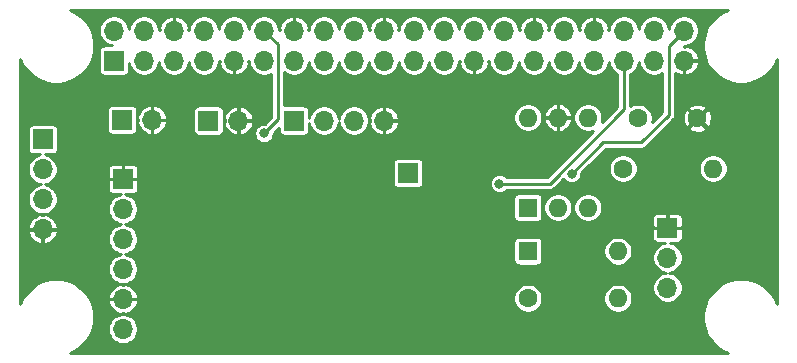
<source format=gbr>
%TF.GenerationSoftware,KiCad,Pcbnew,(5.1.6)-1*%
%TF.CreationDate,2025-04-15T16:12:05-04:00*%
%TF.ProjectId,MT32-zero-breakout,4d543332-2d7a-4657-926f-2d627265616b,rev?*%
%TF.SameCoordinates,Original*%
%TF.FileFunction,Copper,L2,Bot*%
%TF.FilePolarity,Positive*%
%FSLAX46Y46*%
G04 Gerber Fmt 4.6, Leading zero omitted, Abs format (unit mm)*
G04 Created by KiCad (PCBNEW (5.1.6)-1) date 2025-04-15 16:12:05*
%MOMM*%
%LPD*%
G01*
G04 APERTURE LIST*
%TA.AperFunction,ComponentPad*%
%ADD10R,1.700000X1.700000*%
%TD*%
%TA.AperFunction,ComponentPad*%
%ADD11O,1.700000X1.700000*%
%TD*%
%TA.AperFunction,ComponentPad*%
%ADD12C,1.600000*%
%TD*%
%TA.AperFunction,ComponentPad*%
%ADD13R,1.600000X1.600000*%
%TD*%
%TA.AperFunction,ComponentPad*%
%ADD14O,1.600000X1.600000*%
%TD*%
%TA.AperFunction,ViaPad*%
%ADD15C,0.800000*%
%TD*%
%TA.AperFunction,Conductor*%
%ADD16C,0.250000*%
%TD*%
%TA.AperFunction,Conductor*%
%ADD17C,0.254000*%
%TD*%
G04 APERTURE END LIST*
D10*
%TO.P,J1,1*%
%TO.N,N/C*%
X126428500Y-73787000D03*
D11*
%TO.P,J1,2*%
%TO.N,+5V*%
X126428500Y-71247000D03*
%TO.P,J1,3*%
%TO.N,SDA*%
X128968500Y-73787000D03*
%TO.P,J1,4*%
%TO.N,N/C*%
X128968500Y-71247000D03*
%TO.P,J1,5*%
%TO.N,SCL*%
X131508500Y-73787000D03*
%TO.P,J1,6*%
%TO.N,GND*%
X131508500Y-71247000D03*
%TO.P,J1,7*%
%TO.N,ENC_BTN*%
X134048500Y-73787000D03*
%TO.P,J1,8*%
%TO.N,N/C*%
X134048500Y-71247000D03*
%TO.P,J1,9*%
%TO.N,GND*%
X136588500Y-73787000D03*
%TO.P,J1,10*%
%TO.N,MIDI_IN*%
X136588500Y-71247000D03*
%TO.P,J1,11*%
%TO.N,BTN1*%
X139128500Y-73787000D03*
%TO.P,J1,12*%
%TO.N,BCK*%
X139128500Y-71247000D03*
%TO.P,J1,13*%
%TO.N,BTN2*%
X141668500Y-73787000D03*
%TO.P,J1,14*%
%TO.N,GND*%
X141668500Y-71247000D03*
%TO.P,J1,15*%
%TO.N,ENC_CLK*%
X144208500Y-73787000D03*
%TO.P,J1,16*%
%TO.N,ENC_DAT*%
X144208500Y-71247000D03*
%TO.P,J1,17*%
%TO.N,+3V3*%
X146748500Y-73787000D03*
%TO.P,J1,18*%
%TO.N,N/C*%
X146748500Y-71247000D03*
%TO.P,J1,19*%
X149288500Y-73787000D03*
%TO.P,J1,20*%
%TO.N,GND*%
X149288500Y-71247000D03*
%TO.P,J1,21*%
%TO.N,N/C*%
X151828500Y-73787000D03*
%TO.P,J1,22*%
X151828500Y-71247000D03*
%TO.P,J1,23*%
X154368500Y-73787000D03*
%TO.P,J1,24*%
X154368500Y-71247000D03*
%TO.P,J1,25*%
%TO.N,GND*%
X156908500Y-73787000D03*
%TO.P,J1,26*%
%TO.N,N/C*%
X156908500Y-71247000D03*
%TO.P,J1,27*%
X159448500Y-73787000D03*
%TO.P,J1,28*%
X159448500Y-71247000D03*
%TO.P,J1,29*%
X161988500Y-73787000D03*
%TO.P,J1,30*%
%TO.N,GND*%
X161988500Y-71247000D03*
%TO.P,J1,31*%
%TO.N,N/C*%
X164528500Y-73787000D03*
%TO.P,J1,32*%
X164528500Y-71247000D03*
%TO.P,J1,33*%
X167068500Y-73787000D03*
%TO.P,J1,34*%
%TO.N,GND*%
X167068500Y-71247000D03*
%TO.P,J1,35*%
%TO.N,LCK*%
X169608500Y-73787000D03*
%TO.P,J1,36*%
%TO.N,N/C*%
X169608500Y-71247000D03*
%TO.P,J1,37*%
X172148500Y-73787000D03*
%TO.P,J1,38*%
X172148500Y-71247000D03*
%TO.P,J1,39*%
%TO.N,GND*%
X174688500Y-73787000D03*
%TO.P,J1,40*%
%TO.N,DIN*%
X174688500Y-71247000D03*
%TD*%
D10*
%TO.P,J2,1*%
%TO.N,GND*%
X127190500Y-83820000D03*
D11*
%TO.P,J2,2*%
%TO.N,BCK*%
X127190500Y-86360000D03*
%TO.P,J2,3*%
%TO.N,DIN*%
X127190500Y-88900000D03*
%TO.P,J2,4*%
%TO.N,LCK*%
X127190500Y-91440000D03*
%TO.P,J2,5*%
%TO.N,GND*%
X127190500Y-93980000D03*
%TO.P,J2,6*%
%TO.N,+5V*%
X127190500Y-96520000D03*
%TD*%
D10*
%TO.P,J3,1*%
%TO.N,N/C*%
X151320500Y-83312000D03*
%TD*%
D12*
%TO.P,C1,1*%
%TO.N,+3V3*%
X170815000Y-78676500D03*
%TO.P,C1,2*%
%TO.N,GND*%
X175815000Y-78676500D03*
%TD*%
D13*
%TO.P,D1,1*%
%TO.N,Net-(D1-Pad1)*%
X161480500Y-89916000D03*
D14*
%TO.P,D1,2*%
%TO.N,Net-(D1-Pad2)*%
X169100500Y-89916000D03*
%TD*%
D10*
%TO.P,J4,1*%
%TO.N,SDA*%
X120396000Y-80454500D03*
D11*
%TO.P,J4,2*%
%TO.N,SCL*%
X120396000Y-82994500D03*
%TO.P,J4,3*%
%TO.N,+5V*%
X120396000Y-85534500D03*
%TO.P,J4,4*%
%TO.N,GND*%
X120396000Y-88074500D03*
%TD*%
D10*
%TO.P,J5,1*%
%TO.N,BTN1*%
X127127000Y-78803500D03*
D11*
%TO.P,J5,2*%
%TO.N,GND*%
X129667000Y-78803500D03*
%TD*%
%TO.P,J6,2*%
%TO.N,GND*%
X136969500Y-78867000D03*
D10*
%TO.P,J6,1*%
%TO.N,BTN2*%
X134429500Y-78867000D03*
%TD*%
D11*
%TO.P,J7,4*%
%TO.N,GND*%
X149288500Y-78867000D03*
%TO.P,J7,3*%
%TO.N,ENC_DAT*%
X146748500Y-78867000D03*
%TO.P,J7,2*%
%TO.N,ENC_CLK*%
X144208500Y-78867000D03*
D10*
%TO.P,J7,1*%
%TO.N,ENC_BTN*%
X141668500Y-78867000D03*
%TD*%
%TO.P,J8,1*%
%TO.N,GND*%
X173291500Y-87947500D03*
D11*
%TO.P,J8,2*%
%TO.N,Net-(D1-Pad2)*%
X173291500Y-90487500D03*
%TO.P,J8,3*%
%TO.N,Net-(J8-Pad3)*%
X173291500Y-93027500D03*
%TD*%
D12*
%TO.P,R1,1*%
%TO.N,+3V3*%
X169545000Y-82931000D03*
D14*
%TO.P,R1,2*%
%TO.N,MIDI_IN*%
X177165000Y-82931000D03*
%TD*%
%TO.P,R2,2*%
%TO.N,Net-(J8-Pad3)*%
X169100500Y-93916500D03*
D12*
%TO.P,R2,1*%
%TO.N,Net-(D1-Pad1)*%
X161480500Y-93916500D03*
%TD*%
D13*
%TO.P,U1,1*%
%TO.N,Net-(D1-Pad1)*%
X161480500Y-86233000D03*
D14*
%TO.P,U1,4*%
%TO.N,MIDI_IN*%
X166560500Y-78613000D03*
%TO.P,U1,2*%
%TO.N,Net-(D1-Pad2)*%
X164020500Y-86233000D03*
%TO.P,U1,5*%
%TO.N,GND*%
X164020500Y-78613000D03*
%TO.P,U1,3*%
%TO.N,N/C*%
X166560500Y-86233000D03*
%TO.P,U1,6*%
%TO.N,+3V3*%
X161480500Y-78613000D03*
%TD*%
D15*
%TO.N,GND*%
X120396000Y-76517500D03*
X132461000Y-90170000D03*
X171513500Y-75628500D03*
%TO.N,BCK*%
X139128500Y-79946500D03*
%TO.N,LCK*%
X159067500Y-84201000D03*
%TO.N,DIN*%
X165177572Y-83370734D03*
%TD*%
D16*
%TO.N,BCK*%
X140303501Y-78771499D02*
X140303501Y-72422001D01*
X140303501Y-72422001D02*
X139128500Y-71247000D01*
X139128500Y-79946500D02*
X140303501Y-78771499D01*
%TO.N,LCK*%
X159067500Y-84201000D02*
X163322000Y-84201000D01*
X169608500Y-77914500D02*
X169608500Y-73787000D01*
X163322000Y-84201000D02*
X169608500Y-77914500D01*
%TO.N,DIN*%
X173418500Y-72517000D02*
X174688500Y-71247000D01*
X165177572Y-83370734D02*
X167839806Y-80708500D01*
X173418500Y-78359000D02*
X173418500Y-72517000D01*
X171069000Y-80708500D02*
X173418500Y-78359000D01*
X167839806Y-80708500D02*
X171069000Y-80708500D01*
%TD*%
D17*
%TO.N,GND*%
G36*
X178008442Y-69653770D02*
G01*
X177479907Y-70006925D01*
X177030425Y-70456407D01*
X176677270Y-70984942D01*
X176434012Y-71572219D01*
X176310000Y-72195668D01*
X176310000Y-72831332D01*
X176434012Y-73454781D01*
X176677270Y-74042058D01*
X177030425Y-74570593D01*
X177479907Y-75020075D01*
X178008442Y-75373230D01*
X178595719Y-75616488D01*
X179219168Y-75740500D01*
X179854832Y-75740500D01*
X180478281Y-75616488D01*
X181065558Y-75373230D01*
X181594093Y-75020075D01*
X182043575Y-74570593D01*
X182396730Y-74042058D01*
X182560000Y-73647889D01*
X182560001Y-94379113D01*
X182396730Y-93984942D01*
X182043575Y-93456407D01*
X181594093Y-93006925D01*
X181065558Y-92653770D01*
X180478281Y-92410512D01*
X179854832Y-92286500D01*
X179219168Y-92286500D01*
X178595719Y-92410512D01*
X178008442Y-92653770D01*
X177479907Y-93006925D01*
X177030425Y-93456407D01*
X176677270Y-93984942D01*
X176434012Y-94572219D01*
X176310000Y-95195668D01*
X176310000Y-95831332D01*
X176434012Y-96454781D01*
X176677270Y-97042058D01*
X177030425Y-97570593D01*
X177479907Y-98020075D01*
X178008442Y-98373230D01*
X178402611Y-98536500D01*
X122671389Y-98536500D01*
X123065558Y-98373230D01*
X123594093Y-98020075D01*
X124043575Y-97570593D01*
X124396730Y-97042058D01*
X124639988Y-96454781D01*
X124652033Y-96394226D01*
X125913500Y-96394226D01*
X125913500Y-96645774D01*
X125962574Y-96892487D01*
X126058837Y-97124886D01*
X126198589Y-97334040D01*
X126376460Y-97511911D01*
X126585614Y-97651663D01*
X126818013Y-97747926D01*
X127064726Y-97797000D01*
X127316274Y-97797000D01*
X127562987Y-97747926D01*
X127795386Y-97651663D01*
X128004540Y-97511911D01*
X128182411Y-97334040D01*
X128322163Y-97124886D01*
X128418426Y-96892487D01*
X128467500Y-96645774D01*
X128467500Y-96394226D01*
X128418426Y-96147513D01*
X128322163Y-95915114D01*
X128182411Y-95705960D01*
X128004540Y-95528089D01*
X127795386Y-95388337D01*
X127562987Y-95292074D01*
X127316274Y-95243000D01*
X127213502Y-95243000D01*
X127213502Y-95150045D01*
X127412951Y-95237477D01*
X127653998Y-95169917D01*
X127877233Y-95056629D01*
X128074078Y-94901967D01*
X128236967Y-94711874D01*
X128359641Y-94493656D01*
X128437386Y-94255698D01*
X128447976Y-94202451D01*
X128360524Y-94003000D01*
X127213500Y-94003000D01*
X127213500Y-94023000D01*
X127167500Y-94023000D01*
X127167500Y-94003000D01*
X126020476Y-94003000D01*
X125933024Y-94202451D01*
X125943614Y-94255698D01*
X126021359Y-94493656D01*
X126144033Y-94711874D01*
X126306922Y-94901967D01*
X126503767Y-95056629D01*
X126727002Y-95169917D01*
X126968049Y-95237477D01*
X127167498Y-95150045D01*
X127167498Y-95243000D01*
X127064726Y-95243000D01*
X126818013Y-95292074D01*
X126585614Y-95388337D01*
X126376460Y-95528089D01*
X126198589Y-95705960D01*
X126058837Y-95915114D01*
X125962574Y-96147513D01*
X125913500Y-96394226D01*
X124652033Y-96394226D01*
X124764000Y-95831332D01*
X124764000Y-95195668D01*
X124639988Y-94572219D01*
X124396730Y-93984942D01*
X124043575Y-93456407D01*
X123594093Y-93006925D01*
X123065558Y-92653770D01*
X122478281Y-92410512D01*
X121854832Y-92286500D01*
X121219168Y-92286500D01*
X120595719Y-92410512D01*
X120008442Y-92653770D01*
X119479907Y-93006925D01*
X119030425Y-93456407D01*
X118677270Y-93984942D01*
X118514000Y-94379111D01*
X118514000Y-88296951D01*
X119138524Y-88296951D01*
X119149114Y-88350198D01*
X119226859Y-88588156D01*
X119349533Y-88806374D01*
X119512422Y-88996467D01*
X119709267Y-89151129D01*
X119932502Y-89264417D01*
X120173549Y-89331977D01*
X120373000Y-89244544D01*
X120373000Y-88097500D01*
X120419000Y-88097500D01*
X120419000Y-89244544D01*
X120618451Y-89331977D01*
X120859498Y-89264417D01*
X121082733Y-89151129D01*
X121279578Y-88996467D01*
X121442467Y-88806374D01*
X121565141Y-88588156D01*
X121642886Y-88350198D01*
X121653476Y-88296951D01*
X121566024Y-88097500D01*
X120419000Y-88097500D01*
X120373000Y-88097500D01*
X119225976Y-88097500D01*
X119138524Y-88296951D01*
X118514000Y-88296951D01*
X118514000Y-79604500D01*
X119116934Y-79604500D01*
X119116934Y-81304500D01*
X119125178Y-81388207D01*
X119149595Y-81468696D01*
X119189245Y-81542876D01*
X119242605Y-81607895D01*
X119307624Y-81661255D01*
X119381804Y-81700905D01*
X119462293Y-81725322D01*
X119546000Y-81733566D01*
X120189456Y-81733566D01*
X120023513Y-81766574D01*
X119791114Y-81862837D01*
X119581960Y-82002589D01*
X119404089Y-82180460D01*
X119264337Y-82389614D01*
X119168074Y-82622013D01*
X119119000Y-82868726D01*
X119119000Y-83120274D01*
X119168074Y-83366987D01*
X119264337Y-83599386D01*
X119404089Y-83808540D01*
X119581960Y-83986411D01*
X119791114Y-84126163D01*
X120023513Y-84222426D01*
X120235034Y-84264500D01*
X120023513Y-84306574D01*
X119791114Y-84402837D01*
X119581960Y-84542589D01*
X119404089Y-84720460D01*
X119264337Y-84929614D01*
X119168074Y-85162013D01*
X119119000Y-85408726D01*
X119119000Y-85660274D01*
X119168074Y-85906987D01*
X119264337Y-86139386D01*
X119404089Y-86348540D01*
X119581960Y-86526411D01*
X119791114Y-86666163D01*
X120023513Y-86762426D01*
X120270226Y-86811500D01*
X120372998Y-86811500D01*
X120372998Y-86904455D01*
X120173549Y-86817023D01*
X119932502Y-86884583D01*
X119709267Y-86997871D01*
X119512422Y-87152533D01*
X119349533Y-87342626D01*
X119226859Y-87560844D01*
X119149114Y-87798802D01*
X119138524Y-87852049D01*
X119225976Y-88051500D01*
X120373000Y-88051500D01*
X120373000Y-88031500D01*
X120419000Y-88031500D01*
X120419000Y-88051500D01*
X121566024Y-88051500D01*
X121653476Y-87852049D01*
X121642886Y-87798802D01*
X121565141Y-87560844D01*
X121442467Y-87342626D01*
X121279578Y-87152533D01*
X121082733Y-86997871D01*
X120859498Y-86884583D01*
X120618451Y-86817023D01*
X120419002Y-86904455D01*
X120419002Y-86811500D01*
X120521774Y-86811500D01*
X120768487Y-86762426D01*
X121000886Y-86666163D01*
X121210040Y-86526411D01*
X121387911Y-86348540D01*
X121527663Y-86139386D01*
X121623926Y-85906987D01*
X121673000Y-85660274D01*
X121673000Y-85408726D01*
X121623926Y-85162013D01*
X121527663Y-84929614D01*
X121387911Y-84720460D01*
X121337451Y-84670000D01*
X125911434Y-84670000D01*
X125919678Y-84753707D01*
X125944095Y-84834196D01*
X125983745Y-84908376D01*
X126037105Y-84973395D01*
X126102124Y-85026755D01*
X126176304Y-85066405D01*
X126256793Y-85090822D01*
X126340500Y-85099066D01*
X126993371Y-85097193D01*
X126818013Y-85132074D01*
X126585614Y-85228337D01*
X126376460Y-85368089D01*
X126198589Y-85545960D01*
X126058837Y-85755114D01*
X125962574Y-85987513D01*
X125913500Y-86234226D01*
X125913500Y-86485774D01*
X125962574Y-86732487D01*
X126058837Y-86964886D01*
X126198589Y-87174040D01*
X126376460Y-87351911D01*
X126585614Y-87491663D01*
X126818013Y-87587926D01*
X127029534Y-87630000D01*
X126818013Y-87672074D01*
X126585614Y-87768337D01*
X126376460Y-87908089D01*
X126198589Y-88085960D01*
X126058837Y-88295114D01*
X125962574Y-88527513D01*
X125913500Y-88774226D01*
X125913500Y-89025774D01*
X125962574Y-89272487D01*
X126058837Y-89504886D01*
X126198589Y-89714040D01*
X126376460Y-89891911D01*
X126585614Y-90031663D01*
X126818013Y-90127926D01*
X127029534Y-90170000D01*
X126818013Y-90212074D01*
X126585614Y-90308337D01*
X126376460Y-90448089D01*
X126198589Y-90625960D01*
X126058837Y-90835114D01*
X125962574Y-91067513D01*
X125913500Y-91314226D01*
X125913500Y-91565774D01*
X125962574Y-91812487D01*
X126058837Y-92044886D01*
X126198589Y-92254040D01*
X126376460Y-92431911D01*
X126585614Y-92571663D01*
X126818013Y-92667926D01*
X127064726Y-92717000D01*
X127167498Y-92717000D01*
X127167498Y-92809955D01*
X126968049Y-92722523D01*
X126727002Y-92790083D01*
X126503767Y-92903371D01*
X126306922Y-93058033D01*
X126144033Y-93248126D01*
X126021359Y-93466344D01*
X125943614Y-93704302D01*
X125933024Y-93757549D01*
X126020476Y-93957000D01*
X127167500Y-93957000D01*
X127167500Y-93937000D01*
X127213500Y-93937000D01*
X127213500Y-93957000D01*
X128360524Y-93957000D01*
X128431269Y-93795651D01*
X160253500Y-93795651D01*
X160253500Y-94037349D01*
X160300653Y-94274403D01*
X160393147Y-94497702D01*
X160527427Y-94698667D01*
X160698333Y-94869573D01*
X160899298Y-95003853D01*
X161122597Y-95096347D01*
X161359651Y-95143500D01*
X161601349Y-95143500D01*
X161838403Y-95096347D01*
X162061702Y-95003853D01*
X162262667Y-94869573D01*
X162433573Y-94698667D01*
X162567853Y-94497702D01*
X162660347Y-94274403D01*
X162707500Y-94037349D01*
X162707500Y-93795651D01*
X167873500Y-93795651D01*
X167873500Y-94037349D01*
X167920653Y-94274403D01*
X168013147Y-94497702D01*
X168147427Y-94698667D01*
X168318333Y-94869573D01*
X168519298Y-95003853D01*
X168742597Y-95096347D01*
X168979651Y-95143500D01*
X169221349Y-95143500D01*
X169458403Y-95096347D01*
X169681702Y-95003853D01*
X169882667Y-94869573D01*
X170053573Y-94698667D01*
X170187853Y-94497702D01*
X170280347Y-94274403D01*
X170327500Y-94037349D01*
X170327500Y-93795651D01*
X170280347Y-93558597D01*
X170187853Y-93335298D01*
X170053573Y-93134333D01*
X169882667Y-92963427D01*
X169681702Y-92829147D01*
X169458403Y-92736653D01*
X169221349Y-92689500D01*
X168979651Y-92689500D01*
X168742597Y-92736653D01*
X168519298Y-92829147D01*
X168318333Y-92963427D01*
X168147427Y-93134333D01*
X168013147Y-93335298D01*
X167920653Y-93558597D01*
X167873500Y-93795651D01*
X162707500Y-93795651D01*
X162660347Y-93558597D01*
X162567853Y-93335298D01*
X162433573Y-93134333D01*
X162262667Y-92963427D01*
X162061702Y-92829147D01*
X161838403Y-92736653D01*
X161601349Y-92689500D01*
X161359651Y-92689500D01*
X161122597Y-92736653D01*
X160899298Y-92829147D01*
X160698333Y-92963427D01*
X160527427Y-93134333D01*
X160393147Y-93335298D01*
X160300653Y-93558597D01*
X160253500Y-93795651D01*
X128431269Y-93795651D01*
X128447976Y-93757549D01*
X128437386Y-93704302D01*
X128359641Y-93466344D01*
X128236967Y-93248126D01*
X128074078Y-93058033D01*
X127877233Y-92903371D01*
X127653998Y-92790083D01*
X127412951Y-92722523D01*
X127213502Y-92809955D01*
X127213502Y-92717000D01*
X127316274Y-92717000D01*
X127562987Y-92667926D01*
X127795386Y-92571663D01*
X128004540Y-92431911D01*
X128182411Y-92254040D01*
X128322163Y-92044886D01*
X128418426Y-91812487D01*
X128467500Y-91565774D01*
X128467500Y-91314226D01*
X128418426Y-91067513D01*
X128322163Y-90835114D01*
X128182411Y-90625960D01*
X128004540Y-90448089D01*
X127795386Y-90308337D01*
X127562987Y-90212074D01*
X127351466Y-90170000D01*
X127562987Y-90127926D01*
X127795386Y-90031663D01*
X128004540Y-89891911D01*
X128182411Y-89714040D01*
X128322163Y-89504886D01*
X128418426Y-89272487D01*
X128449553Y-89116000D01*
X160251434Y-89116000D01*
X160251434Y-90716000D01*
X160259678Y-90799707D01*
X160284095Y-90880196D01*
X160323745Y-90954376D01*
X160377105Y-91019395D01*
X160442124Y-91072755D01*
X160516304Y-91112405D01*
X160596793Y-91136822D01*
X160680500Y-91145066D01*
X162280500Y-91145066D01*
X162364207Y-91136822D01*
X162444696Y-91112405D01*
X162518876Y-91072755D01*
X162583895Y-91019395D01*
X162637255Y-90954376D01*
X162676905Y-90880196D01*
X162701322Y-90799707D01*
X162709566Y-90716000D01*
X162709566Y-89795151D01*
X167873500Y-89795151D01*
X167873500Y-90036849D01*
X167920653Y-90273903D01*
X168013147Y-90497202D01*
X168147427Y-90698167D01*
X168318333Y-90869073D01*
X168519298Y-91003353D01*
X168742597Y-91095847D01*
X168979651Y-91143000D01*
X169221349Y-91143000D01*
X169458403Y-91095847D01*
X169681702Y-91003353D01*
X169882667Y-90869073D01*
X170053573Y-90698167D01*
X170187853Y-90497202D01*
X170280347Y-90273903D01*
X170327500Y-90036849D01*
X170327500Y-89795151D01*
X170280347Y-89558097D01*
X170187853Y-89334798D01*
X170053573Y-89133833D01*
X169882667Y-88962927D01*
X169681702Y-88828647D01*
X169606507Y-88797500D01*
X172012434Y-88797500D01*
X172020678Y-88881207D01*
X172045095Y-88961696D01*
X172084745Y-89035876D01*
X172138105Y-89100895D01*
X172203124Y-89154255D01*
X172277304Y-89193905D01*
X172357793Y-89218322D01*
X172441500Y-89226566D01*
X173094371Y-89224693D01*
X172919013Y-89259574D01*
X172686614Y-89355837D01*
X172477460Y-89495589D01*
X172299589Y-89673460D01*
X172159837Y-89882614D01*
X172063574Y-90115013D01*
X172014500Y-90361726D01*
X172014500Y-90613274D01*
X172063574Y-90859987D01*
X172159837Y-91092386D01*
X172299589Y-91301540D01*
X172477460Y-91479411D01*
X172686614Y-91619163D01*
X172919013Y-91715426D01*
X173130534Y-91757500D01*
X172919013Y-91799574D01*
X172686614Y-91895837D01*
X172477460Y-92035589D01*
X172299589Y-92213460D01*
X172159837Y-92422614D01*
X172063574Y-92655013D01*
X172014500Y-92901726D01*
X172014500Y-93153274D01*
X172063574Y-93399987D01*
X172159837Y-93632386D01*
X172299589Y-93841540D01*
X172477460Y-94019411D01*
X172686614Y-94159163D01*
X172919013Y-94255426D01*
X173165726Y-94304500D01*
X173417274Y-94304500D01*
X173663987Y-94255426D01*
X173896386Y-94159163D01*
X174105540Y-94019411D01*
X174283411Y-93841540D01*
X174423163Y-93632386D01*
X174519426Y-93399987D01*
X174568500Y-93153274D01*
X174568500Y-92901726D01*
X174519426Y-92655013D01*
X174423163Y-92422614D01*
X174283411Y-92213460D01*
X174105540Y-92035589D01*
X173896386Y-91895837D01*
X173663987Y-91799574D01*
X173452466Y-91757500D01*
X173663987Y-91715426D01*
X173896386Y-91619163D01*
X174105540Y-91479411D01*
X174283411Y-91301540D01*
X174423163Y-91092386D01*
X174519426Y-90859987D01*
X174568500Y-90613274D01*
X174568500Y-90361726D01*
X174519426Y-90115013D01*
X174423163Y-89882614D01*
X174283411Y-89673460D01*
X174105540Y-89495589D01*
X173896386Y-89355837D01*
X173663987Y-89259574D01*
X173488629Y-89224693D01*
X174141500Y-89226566D01*
X174225207Y-89218322D01*
X174305696Y-89193905D01*
X174379876Y-89154255D01*
X174444895Y-89100895D01*
X174498255Y-89035876D01*
X174537905Y-88961696D01*
X174562322Y-88881207D01*
X174570566Y-88797500D01*
X174568500Y-88077250D01*
X174461750Y-87970500D01*
X173314500Y-87970500D01*
X173314500Y-87990500D01*
X173268500Y-87990500D01*
X173268500Y-87970500D01*
X172121250Y-87970500D01*
X172014500Y-88077250D01*
X172012434Y-88797500D01*
X169606507Y-88797500D01*
X169458403Y-88736153D01*
X169221349Y-88689000D01*
X168979651Y-88689000D01*
X168742597Y-88736153D01*
X168519298Y-88828647D01*
X168318333Y-88962927D01*
X168147427Y-89133833D01*
X168013147Y-89334798D01*
X167920653Y-89558097D01*
X167873500Y-89795151D01*
X162709566Y-89795151D01*
X162709566Y-89116000D01*
X162701322Y-89032293D01*
X162676905Y-88951804D01*
X162637255Y-88877624D01*
X162583895Y-88812605D01*
X162518876Y-88759245D01*
X162444696Y-88719595D01*
X162364207Y-88695178D01*
X162280500Y-88686934D01*
X160680500Y-88686934D01*
X160596793Y-88695178D01*
X160516304Y-88719595D01*
X160442124Y-88759245D01*
X160377105Y-88812605D01*
X160323745Y-88877624D01*
X160284095Y-88951804D01*
X160259678Y-89032293D01*
X160251434Y-89116000D01*
X128449553Y-89116000D01*
X128467500Y-89025774D01*
X128467500Y-88774226D01*
X128418426Y-88527513D01*
X128322163Y-88295114D01*
X128182411Y-88085960D01*
X128004540Y-87908089D01*
X127795386Y-87768337D01*
X127562987Y-87672074D01*
X127351466Y-87630000D01*
X127562987Y-87587926D01*
X127795386Y-87491663D01*
X128004540Y-87351911D01*
X128182411Y-87174040D01*
X128322163Y-86964886D01*
X128418426Y-86732487D01*
X128467500Y-86485774D01*
X128467500Y-86234226D01*
X128418426Y-85987513D01*
X128322163Y-85755114D01*
X128182411Y-85545960D01*
X128069451Y-85433000D01*
X160251434Y-85433000D01*
X160251434Y-87033000D01*
X160259678Y-87116707D01*
X160284095Y-87197196D01*
X160323745Y-87271376D01*
X160377105Y-87336395D01*
X160442124Y-87389755D01*
X160516304Y-87429405D01*
X160596793Y-87453822D01*
X160680500Y-87462066D01*
X162280500Y-87462066D01*
X162364207Y-87453822D01*
X162444696Y-87429405D01*
X162518876Y-87389755D01*
X162583895Y-87336395D01*
X162637255Y-87271376D01*
X162676905Y-87197196D01*
X162701322Y-87116707D01*
X162709566Y-87033000D01*
X162709566Y-86112151D01*
X162793500Y-86112151D01*
X162793500Y-86353849D01*
X162840653Y-86590903D01*
X162933147Y-86814202D01*
X163067427Y-87015167D01*
X163238333Y-87186073D01*
X163439298Y-87320353D01*
X163662597Y-87412847D01*
X163899651Y-87460000D01*
X164141349Y-87460000D01*
X164378403Y-87412847D01*
X164601702Y-87320353D01*
X164802667Y-87186073D01*
X164973573Y-87015167D01*
X165107853Y-86814202D01*
X165200347Y-86590903D01*
X165247500Y-86353849D01*
X165247500Y-86112151D01*
X165333500Y-86112151D01*
X165333500Y-86353849D01*
X165380653Y-86590903D01*
X165473147Y-86814202D01*
X165607427Y-87015167D01*
X165778333Y-87186073D01*
X165979298Y-87320353D01*
X166202597Y-87412847D01*
X166439651Y-87460000D01*
X166681349Y-87460000D01*
X166918403Y-87412847D01*
X167141702Y-87320353D01*
X167342667Y-87186073D01*
X167431240Y-87097500D01*
X172012434Y-87097500D01*
X172014500Y-87817750D01*
X172121250Y-87924500D01*
X173268500Y-87924500D01*
X173268500Y-86777250D01*
X173314500Y-86777250D01*
X173314500Y-87924500D01*
X174461750Y-87924500D01*
X174568500Y-87817750D01*
X174570566Y-87097500D01*
X174562322Y-87013793D01*
X174537905Y-86933304D01*
X174498255Y-86859124D01*
X174444895Y-86794105D01*
X174379876Y-86740745D01*
X174305696Y-86701095D01*
X174225207Y-86676678D01*
X174141500Y-86668434D01*
X173421250Y-86670500D01*
X173314500Y-86777250D01*
X173268500Y-86777250D01*
X173161750Y-86670500D01*
X172441500Y-86668434D01*
X172357793Y-86676678D01*
X172277304Y-86701095D01*
X172203124Y-86740745D01*
X172138105Y-86794105D01*
X172084745Y-86859124D01*
X172045095Y-86933304D01*
X172020678Y-87013793D01*
X172012434Y-87097500D01*
X167431240Y-87097500D01*
X167513573Y-87015167D01*
X167647853Y-86814202D01*
X167740347Y-86590903D01*
X167787500Y-86353849D01*
X167787500Y-86112151D01*
X167740347Y-85875097D01*
X167647853Y-85651798D01*
X167513573Y-85450833D01*
X167342667Y-85279927D01*
X167141702Y-85145647D01*
X166918403Y-85053153D01*
X166681349Y-85006000D01*
X166439651Y-85006000D01*
X166202597Y-85053153D01*
X165979298Y-85145647D01*
X165778333Y-85279927D01*
X165607427Y-85450833D01*
X165473147Y-85651798D01*
X165380653Y-85875097D01*
X165333500Y-86112151D01*
X165247500Y-86112151D01*
X165200347Y-85875097D01*
X165107853Y-85651798D01*
X164973573Y-85450833D01*
X164802667Y-85279927D01*
X164601702Y-85145647D01*
X164378403Y-85053153D01*
X164141349Y-85006000D01*
X163899651Y-85006000D01*
X163662597Y-85053153D01*
X163439298Y-85145647D01*
X163238333Y-85279927D01*
X163067427Y-85450833D01*
X162933147Y-85651798D01*
X162840653Y-85875097D01*
X162793500Y-86112151D01*
X162709566Y-86112151D01*
X162709566Y-85433000D01*
X162701322Y-85349293D01*
X162676905Y-85268804D01*
X162637255Y-85194624D01*
X162583895Y-85129605D01*
X162518876Y-85076245D01*
X162444696Y-85036595D01*
X162364207Y-85012178D01*
X162280500Y-85003934D01*
X160680500Y-85003934D01*
X160596793Y-85012178D01*
X160516304Y-85036595D01*
X160442124Y-85076245D01*
X160377105Y-85129605D01*
X160323745Y-85194624D01*
X160284095Y-85268804D01*
X160259678Y-85349293D01*
X160251434Y-85433000D01*
X128069451Y-85433000D01*
X128004540Y-85368089D01*
X127795386Y-85228337D01*
X127562987Y-85132074D01*
X127387629Y-85097193D01*
X128040500Y-85099066D01*
X128124207Y-85090822D01*
X128204696Y-85066405D01*
X128278876Y-85026755D01*
X128343895Y-84973395D01*
X128397255Y-84908376D01*
X128436905Y-84834196D01*
X128461322Y-84753707D01*
X128469566Y-84670000D01*
X128467500Y-83949750D01*
X128360750Y-83843000D01*
X127213500Y-83843000D01*
X127213500Y-83863000D01*
X127167500Y-83863000D01*
X127167500Y-83843000D01*
X126020250Y-83843000D01*
X125913500Y-83949750D01*
X125911434Y-84670000D01*
X121337451Y-84670000D01*
X121210040Y-84542589D01*
X121000886Y-84402837D01*
X120768487Y-84306574D01*
X120556966Y-84264500D01*
X120768487Y-84222426D01*
X121000886Y-84126163D01*
X121210040Y-83986411D01*
X121387911Y-83808540D01*
X121527663Y-83599386D01*
X121623926Y-83366987D01*
X121673000Y-83120274D01*
X121673000Y-82970000D01*
X125911434Y-82970000D01*
X125913500Y-83690250D01*
X126020250Y-83797000D01*
X127167500Y-83797000D01*
X127167500Y-82649750D01*
X127213500Y-82649750D01*
X127213500Y-83797000D01*
X128360750Y-83797000D01*
X128467500Y-83690250D01*
X128469566Y-82970000D01*
X128461322Y-82886293D01*
X128436905Y-82805804D01*
X128397255Y-82731624D01*
X128343895Y-82666605D01*
X128278876Y-82613245D01*
X128204696Y-82573595D01*
X128124207Y-82549178D01*
X128040500Y-82540934D01*
X127320250Y-82543000D01*
X127213500Y-82649750D01*
X127167500Y-82649750D01*
X127060750Y-82543000D01*
X126340500Y-82540934D01*
X126256793Y-82549178D01*
X126176304Y-82573595D01*
X126102124Y-82613245D01*
X126037105Y-82666605D01*
X125983745Y-82731624D01*
X125944095Y-82805804D01*
X125919678Y-82886293D01*
X125911434Y-82970000D01*
X121673000Y-82970000D01*
X121673000Y-82868726D01*
X121623926Y-82622013D01*
X121557647Y-82462000D01*
X150041434Y-82462000D01*
X150041434Y-84162000D01*
X150049678Y-84245707D01*
X150074095Y-84326196D01*
X150113745Y-84400376D01*
X150167105Y-84465395D01*
X150232124Y-84518755D01*
X150306304Y-84558405D01*
X150386793Y-84582822D01*
X150470500Y-84591066D01*
X152170500Y-84591066D01*
X152254207Y-84582822D01*
X152334696Y-84558405D01*
X152408876Y-84518755D01*
X152473895Y-84465395D01*
X152527255Y-84400376D01*
X152566905Y-84326196D01*
X152591322Y-84245707D01*
X152599566Y-84162000D01*
X152599566Y-82462000D01*
X152591322Y-82378293D01*
X152566905Y-82297804D01*
X152527255Y-82223624D01*
X152473895Y-82158605D01*
X152408876Y-82105245D01*
X152334696Y-82065595D01*
X152254207Y-82041178D01*
X152170500Y-82032934D01*
X150470500Y-82032934D01*
X150386793Y-82041178D01*
X150306304Y-82065595D01*
X150232124Y-82105245D01*
X150167105Y-82158605D01*
X150113745Y-82223624D01*
X150074095Y-82297804D01*
X150049678Y-82378293D01*
X150041434Y-82462000D01*
X121557647Y-82462000D01*
X121527663Y-82389614D01*
X121387911Y-82180460D01*
X121210040Y-82002589D01*
X121000886Y-81862837D01*
X120768487Y-81766574D01*
X120602544Y-81733566D01*
X121246000Y-81733566D01*
X121329707Y-81725322D01*
X121410196Y-81700905D01*
X121484376Y-81661255D01*
X121549395Y-81607895D01*
X121602755Y-81542876D01*
X121642405Y-81468696D01*
X121666822Y-81388207D01*
X121675066Y-81304500D01*
X121675066Y-79604500D01*
X121666822Y-79520793D01*
X121642405Y-79440304D01*
X121602755Y-79366124D01*
X121549395Y-79301105D01*
X121484376Y-79247745D01*
X121410196Y-79208095D01*
X121329707Y-79183678D01*
X121246000Y-79175434D01*
X119546000Y-79175434D01*
X119462293Y-79183678D01*
X119381804Y-79208095D01*
X119307624Y-79247745D01*
X119242605Y-79301105D01*
X119189245Y-79366124D01*
X119149595Y-79440304D01*
X119125178Y-79520793D01*
X119116934Y-79604500D01*
X118514000Y-79604500D01*
X118514000Y-77953500D01*
X125847934Y-77953500D01*
X125847934Y-79653500D01*
X125856178Y-79737207D01*
X125880595Y-79817696D01*
X125920245Y-79891876D01*
X125973605Y-79956895D01*
X126038624Y-80010255D01*
X126112804Y-80049905D01*
X126193293Y-80074322D01*
X126277000Y-80082566D01*
X127977000Y-80082566D01*
X128060707Y-80074322D01*
X128141196Y-80049905D01*
X128215376Y-80010255D01*
X128280395Y-79956895D01*
X128333755Y-79891876D01*
X128373405Y-79817696D01*
X128397822Y-79737207D01*
X128406066Y-79653500D01*
X128406066Y-78826502D01*
X128496955Y-78826502D01*
X128409523Y-79025951D01*
X128477083Y-79266998D01*
X128590371Y-79490233D01*
X128745033Y-79687078D01*
X128935126Y-79849967D01*
X129153344Y-79972641D01*
X129391302Y-80050386D01*
X129444549Y-80060976D01*
X129644000Y-79973524D01*
X129644000Y-78826500D01*
X129690000Y-78826500D01*
X129690000Y-79973524D01*
X129889451Y-80060976D01*
X129942698Y-80050386D01*
X130180656Y-79972641D01*
X130398874Y-79849967D01*
X130588967Y-79687078D01*
X130743629Y-79490233D01*
X130856917Y-79266998D01*
X130924477Y-79025951D01*
X130837044Y-78826500D01*
X129690000Y-78826500D01*
X129644000Y-78826500D01*
X129624000Y-78826500D01*
X129624000Y-78780500D01*
X129644000Y-78780500D01*
X129644000Y-77633476D01*
X129690000Y-77633476D01*
X129690000Y-78780500D01*
X130837044Y-78780500D01*
X130924477Y-78581049D01*
X130856917Y-78340002D01*
X130743629Y-78116767D01*
X130665242Y-78017000D01*
X133150434Y-78017000D01*
X133150434Y-79717000D01*
X133158678Y-79800707D01*
X133183095Y-79881196D01*
X133222745Y-79955376D01*
X133276105Y-80020395D01*
X133341124Y-80073755D01*
X133415304Y-80113405D01*
X133495793Y-80137822D01*
X133579500Y-80146066D01*
X135279500Y-80146066D01*
X135363207Y-80137822D01*
X135443696Y-80113405D01*
X135517876Y-80073755D01*
X135582895Y-80020395D01*
X135636255Y-79955376D01*
X135675905Y-79881196D01*
X135700322Y-79800707D01*
X135708566Y-79717000D01*
X135708566Y-78890002D01*
X135799455Y-78890002D01*
X135712023Y-79089451D01*
X135779583Y-79330498D01*
X135892871Y-79553733D01*
X136047533Y-79750578D01*
X136237626Y-79913467D01*
X136455844Y-80036141D01*
X136693802Y-80113886D01*
X136747049Y-80124476D01*
X136946500Y-80037024D01*
X136946500Y-78890000D01*
X136992500Y-78890000D01*
X136992500Y-80037024D01*
X137191951Y-80124476D01*
X137245198Y-80113886D01*
X137483156Y-80036141D01*
X137701374Y-79913467D01*
X137891467Y-79750578D01*
X138046129Y-79553733D01*
X138159417Y-79330498D01*
X138226977Y-79089451D01*
X138139544Y-78890000D01*
X136992500Y-78890000D01*
X136946500Y-78890000D01*
X136926500Y-78890000D01*
X136926500Y-78844000D01*
X136946500Y-78844000D01*
X136946500Y-77696976D01*
X136992500Y-77696976D01*
X136992500Y-78844000D01*
X138139544Y-78844000D01*
X138226977Y-78644549D01*
X138159417Y-78403502D01*
X138046129Y-78180267D01*
X137891467Y-77983422D01*
X137701374Y-77820533D01*
X137483156Y-77697859D01*
X137245198Y-77620114D01*
X137191951Y-77609524D01*
X136992500Y-77696976D01*
X136946500Y-77696976D01*
X136747049Y-77609524D01*
X136693802Y-77620114D01*
X136455844Y-77697859D01*
X136237626Y-77820533D01*
X136047533Y-77983422D01*
X135892871Y-78180267D01*
X135779583Y-78403502D01*
X135712023Y-78644549D01*
X135799455Y-78843998D01*
X135708566Y-78843998D01*
X135708566Y-78017000D01*
X135700322Y-77933293D01*
X135675905Y-77852804D01*
X135636255Y-77778624D01*
X135582895Y-77713605D01*
X135517876Y-77660245D01*
X135443696Y-77620595D01*
X135363207Y-77596178D01*
X135279500Y-77587934D01*
X133579500Y-77587934D01*
X133495793Y-77596178D01*
X133415304Y-77620595D01*
X133341124Y-77660245D01*
X133276105Y-77713605D01*
X133222745Y-77778624D01*
X133183095Y-77852804D01*
X133158678Y-77933293D01*
X133150434Y-78017000D01*
X130665242Y-78017000D01*
X130588967Y-77919922D01*
X130398874Y-77757033D01*
X130180656Y-77634359D01*
X129942698Y-77556614D01*
X129889451Y-77546024D01*
X129690000Y-77633476D01*
X129644000Y-77633476D01*
X129444549Y-77546024D01*
X129391302Y-77556614D01*
X129153344Y-77634359D01*
X128935126Y-77757033D01*
X128745033Y-77919922D01*
X128590371Y-78116767D01*
X128477083Y-78340002D01*
X128409523Y-78581049D01*
X128496955Y-78780498D01*
X128406066Y-78780498D01*
X128406066Y-77953500D01*
X128397822Y-77869793D01*
X128373405Y-77789304D01*
X128333755Y-77715124D01*
X128280395Y-77650105D01*
X128215376Y-77596745D01*
X128141196Y-77557095D01*
X128060707Y-77532678D01*
X127977000Y-77524434D01*
X126277000Y-77524434D01*
X126193293Y-77532678D01*
X126112804Y-77557095D01*
X126038624Y-77596745D01*
X125973605Y-77650105D01*
X125920245Y-77715124D01*
X125880595Y-77789304D01*
X125856178Y-77869793D01*
X125847934Y-77953500D01*
X118514000Y-77953500D01*
X118514000Y-73647889D01*
X118677270Y-74042058D01*
X119030425Y-74570593D01*
X119479907Y-75020075D01*
X120008442Y-75373230D01*
X120595719Y-75616488D01*
X121219168Y-75740500D01*
X121854832Y-75740500D01*
X122478281Y-75616488D01*
X123065558Y-75373230D01*
X123594093Y-75020075D01*
X124043575Y-74570593D01*
X124396730Y-74042058D01*
X124639988Y-73454781D01*
X124742981Y-72937000D01*
X125149434Y-72937000D01*
X125149434Y-74637000D01*
X125157678Y-74720707D01*
X125182095Y-74801196D01*
X125221745Y-74875376D01*
X125275105Y-74940395D01*
X125340124Y-74993755D01*
X125414304Y-75033405D01*
X125494793Y-75057822D01*
X125578500Y-75066066D01*
X127278500Y-75066066D01*
X127362207Y-75057822D01*
X127442696Y-75033405D01*
X127516876Y-74993755D01*
X127581895Y-74940395D01*
X127635255Y-74875376D01*
X127674905Y-74801196D01*
X127699322Y-74720707D01*
X127707566Y-74637000D01*
X127707566Y-73993544D01*
X127740574Y-74159487D01*
X127836837Y-74391886D01*
X127976589Y-74601040D01*
X128154460Y-74778911D01*
X128363614Y-74918663D01*
X128596013Y-75014926D01*
X128842726Y-75064000D01*
X129094274Y-75064000D01*
X129340987Y-75014926D01*
X129573386Y-74918663D01*
X129782540Y-74778911D01*
X129960411Y-74601040D01*
X130100163Y-74391886D01*
X130196426Y-74159487D01*
X130238500Y-73947966D01*
X130280574Y-74159487D01*
X130376837Y-74391886D01*
X130516589Y-74601040D01*
X130694460Y-74778911D01*
X130903614Y-74918663D01*
X131136013Y-75014926D01*
X131382726Y-75064000D01*
X131634274Y-75064000D01*
X131880987Y-75014926D01*
X132113386Y-74918663D01*
X132322540Y-74778911D01*
X132500411Y-74601040D01*
X132640163Y-74391886D01*
X132736426Y-74159487D01*
X132778500Y-73947966D01*
X132820574Y-74159487D01*
X132916837Y-74391886D01*
X133056589Y-74601040D01*
X133234460Y-74778911D01*
X133443614Y-74918663D01*
X133676013Y-75014926D01*
X133922726Y-75064000D01*
X134174274Y-75064000D01*
X134420987Y-75014926D01*
X134653386Y-74918663D01*
X134862540Y-74778911D01*
X135040411Y-74601040D01*
X135180163Y-74391886D01*
X135276426Y-74159487D01*
X135325500Y-73912774D01*
X135325500Y-73810002D01*
X135418455Y-73810002D01*
X135331023Y-74009451D01*
X135398583Y-74250498D01*
X135511871Y-74473733D01*
X135666533Y-74670578D01*
X135856626Y-74833467D01*
X136074844Y-74956141D01*
X136312802Y-75033886D01*
X136366049Y-75044476D01*
X136565500Y-74957024D01*
X136565500Y-73810000D01*
X136545500Y-73810000D01*
X136545500Y-73764000D01*
X136565500Y-73764000D01*
X136565500Y-73744000D01*
X136611500Y-73744000D01*
X136611500Y-73764000D01*
X136631500Y-73764000D01*
X136631500Y-73810000D01*
X136611500Y-73810000D01*
X136611500Y-74957024D01*
X136810951Y-75044476D01*
X136864198Y-75033886D01*
X137102156Y-74956141D01*
X137320374Y-74833467D01*
X137510467Y-74670578D01*
X137665129Y-74473733D01*
X137778417Y-74250498D01*
X137845977Y-74009451D01*
X137758545Y-73810002D01*
X137851500Y-73810002D01*
X137851500Y-73912774D01*
X137900574Y-74159487D01*
X137996837Y-74391886D01*
X138136589Y-74601040D01*
X138314460Y-74778911D01*
X138523614Y-74918663D01*
X138756013Y-75014926D01*
X139002726Y-75064000D01*
X139254274Y-75064000D01*
X139500987Y-75014926D01*
X139733386Y-74918663D01*
X139751502Y-74906559D01*
X139751501Y-78542853D01*
X139174855Y-79119500D01*
X139047048Y-79119500D01*
X138887273Y-79151282D01*
X138736769Y-79213623D01*
X138601319Y-79304128D01*
X138486128Y-79419319D01*
X138395623Y-79554769D01*
X138333282Y-79705273D01*
X138301500Y-79865048D01*
X138301500Y-80027952D01*
X138333282Y-80187727D01*
X138395623Y-80338231D01*
X138486128Y-80473681D01*
X138601319Y-80588872D01*
X138736769Y-80679377D01*
X138887273Y-80741718D01*
X139047048Y-80773500D01*
X139209952Y-80773500D01*
X139369727Y-80741718D01*
X139520231Y-80679377D01*
X139655681Y-80588872D01*
X139770872Y-80473681D01*
X139861377Y-80338231D01*
X139923718Y-80187727D01*
X139955500Y-80027952D01*
X139955500Y-79900145D01*
X140389434Y-79466211D01*
X140389434Y-79717000D01*
X140397678Y-79800707D01*
X140422095Y-79881196D01*
X140461745Y-79955376D01*
X140515105Y-80020395D01*
X140580124Y-80073755D01*
X140654304Y-80113405D01*
X140734793Y-80137822D01*
X140818500Y-80146066D01*
X142518500Y-80146066D01*
X142602207Y-80137822D01*
X142682696Y-80113405D01*
X142756876Y-80073755D01*
X142821895Y-80020395D01*
X142875255Y-79955376D01*
X142914905Y-79881196D01*
X142939322Y-79800707D01*
X142947566Y-79717000D01*
X142947566Y-79073544D01*
X142980574Y-79239487D01*
X143076837Y-79471886D01*
X143216589Y-79681040D01*
X143394460Y-79858911D01*
X143603614Y-79998663D01*
X143836013Y-80094926D01*
X144082726Y-80144000D01*
X144334274Y-80144000D01*
X144580987Y-80094926D01*
X144813386Y-79998663D01*
X145022540Y-79858911D01*
X145200411Y-79681040D01*
X145340163Y-79471886D01*
X145436426Y-79239487D01*
X145478500Y-79027966D01*
X145520574Y-79239487D01*
X145616837Y-79471886D01*
X145756589Y-79681040D01*
X145934460Y-79858911D01*
X146143614Y-79998663D01*
X146376013Y-80094926D01*
X146622726Y-80144000D01*
X146874274Y-80144000D01*
X147120987Y-80094926D01*
X147353386Y-79998663D01*
X147562540Y-79858911D01*
X147740411Y-79681040D01*
X147880163Y-79471886D01*
X147976426Y-79239487D01*
X148025500Y-78992774D01*
X148025500Y-78890002D01*
X148118455Y-78890002D01*
X148031023Y-79089451D01*
X148098583Y-79330498D01*
X148211871Y-79553733D01*
X148366533Y-79750578D01*
X148556626Y-79913467D01*
X148774844Y-80036141D01*
X149012802Y-80113886D01*
X149066049Y-80124476D01*
X149265500Y-80037024D01*
X149265500Y-78890000D01*
X149311500Y-78890000D01*
X149311500Y-80037024D01*
X149510951Y-80124476D01*
X149564198Y-80113886D01*
X149802156Y-80036141D01*
X150020374Y-79913467D01*
X150210467Y-79750578D01*
X150365129Y-79553733D01*
X150478417Y-79330498D01*
X150545977Y-79089451D01*
X150458544Y-78890000D01*
X149311500Y-78890000D01*
X149265500Y-78890000D01*
X149245500Y-78890000D01*
X149245500Y-78844000D01*
X149265500Y-78844000D01*
X149265500Y-77696976D01*
X149311500Y-77696976D01*
X149311500Y-78844000D01*
X150458544Y-78844000D01*
X150545977Y-78644549D01*
X150503264Y-78492151D01*
X160253500Y-78492151D01*
X160253500Y-78733849D01*
X160300653Y-78970903D01*
X160393147Y-79194202D01*
X160527427Y-79395167D01*
X160698333Y-79566073D01*
X160899298Y-79700353D01*
X161122597Y-79792847D01*
X161359651Y-79840000D01*
X161601349Y-79840000D01*
X161838403Y-79792847D01*
X162061702Y-79700353D01*
X162262667Y-79566073D01*
X162433573Y-79395167D01*
X162567853Y-79194202D01*
X162660347Y-78970903D01*
X162688846Y-78827628D01*
X162812417Y-78827628D01*
X162877502Y-79059189D01*
X162986512Y-79273603D01*
X163135257Y-79462631D01*
X163318021Y-79619008D01*
X163527781Y-79736725D01*
X163756476Y-79811258D01*
X163805872Y-79821082D01*
X163997500Y-79733014D01*
X163997500Y-78636000D01*
X164043500Y-78636000D01*
X164043500Y-79733014D01*
X164235128Y-79821082D01*
X164284524Y-79811258D01*
X164513219Y-79736725D01*
X164722979Y-79619008D01*
X164905743Y-79462631D01*
X165054488Y-79273603D01*
X165163498Y-79059189D01*
X165228583Y-78827628D01*
X165140535Y-78636000D01*
X164043500Y-78636000D01*
X163997500Y-78636000D01*
X162900465Y-78636000D01*
X162812417Y-78827628D01*
X162688846Y-78827628D01*
X162707500Y-78733849D01*
X162707500Y-78492151D01*
X162688847Y-78398372D01*
X162812417Y-78398372D01*
X162900465Y-78590000D01*
X163997500Y-78590000D01*
X163997500Y-77492986D01*
X164043500Y-77492986D01*
X164043500Y-78590000D01*
X165140535Y-78590000D01*
X165228583Y-78398372D01*
X165163498Y-78166811D01*
X165054488Y-77952397D01*
X164905743Y-77763369D01*
X164722979Y-77606992D01*
X164513219Y-77489275D01*
X164284524Y-77414742D01*
X164235128Y-77404918D01*
X164043500Y-77492986D01*
X163997500Y-77492986D01*
X163805872Y-77404918D01*
X163756476Y-77414742D01*
X163527781Y-77489275D01*
X163318021Y-77606992D01*
X163135257Y-77763369D01*
X162986512Y-77952397D01*
X162877502Y-78166811D01*
X162812417Y-78398372D01*
X162688847Y-78398372D01*
X162660347Y-78255097D01*
X162567853Y-78031798D01*
X162433573Y-77830833D01*
X162262667Y-77659927D01*
X162061702Y-77525647D01*
X161838403Y-77433153D01*
X161601349Y-77386000D01*
X161359651Y-77386000D01*
X161122597Y-77433153D01*
X160899298Y-77525647D01*
X160698333Y-77659927D01*
X160527427Y-77830833D01*
X160393147Y-78031798D01*
X160300653Y-78255097D01*
X160253500Y-78492151D01*
X150503264Y-78492151D01*
X150478417Y-78403502D01*
X150365129Y-78180267D01*
X150210467Y-77983422D01*
X150020374Y-77820533D01*
X149802156Y-77697859D01*
X149564198Y-77620114D01*
X149510951Y-77609524D01*
X149311500Y-77696976D01*
X149265500Y-77696976D01*
X149066049Y-77609524D01*
X149012802Y-77620114D01*
X148774844Y-77697859D01*
X148556626Y-77820533D01*
X148366533Y-77983422D01*
X148211871Y-78180267D01*
X148098583Y-78403502D01*
X148031023Y-78644549D01*
X148118455Y-78843998D01*
X148025500Y-78843998D01*
X148025500Y-78741226D01*
X147976426Y-78494513D01*
X147880163Y-78262114D01*
X147740411Y-78052960D01*
X147562540Y-77875089D01*
X147353386Y-77735337D01*
X147120987Y-77639074D01*
X146874274Y-77590000D01*
X146622726Y-77590000D01*
X146376013Y-77639074D01*
X146143614Y-77735337D01*
X145934460Y-77875089D01*
X145756589Y-78052960D01*
X145616837Y-78262114D01*
X145520574Y-78494513D01*
X145478500Y-78706034D01*
X145436426Y-78494513D01*
X145340163Y-78262114D01*
X145200411Y-78052960D01*
X145022540Y-77875089D01*
X144813386Y-77735337D01*
X144580987Y-77639074D01*
X144334274Y-77590000D01*
X144082726Y-77590000D01*
X143836013Y-77639074D01*
X143603614Y-77735337D01*
X143394460Y-77875089D01*
X143216589Y-78052960D01*
X143076837Y-78262114D01*
X142980574Y-78494513D01*
X142947566Y-78660456D01*
X142947566Y-78017000D01*
X142939322Y-77933293D01*
X142914905Y-77852804D01*
X142875255Y-77778624D01*
X142821895Y-77713605D01*
X142756876Y-77660245D01*
X142682696Y-77620595D01*
X142602207Y-77596178D01*
X142518500Y-77587934D01*
X140855501Y-77587934D01*
X140855501Y-74779607D01*
X141063614Y-74918663D01*
X141296013Y-75014926D01*
X141542726Y-75064000D01*
X141794274Y-75064000D01*
X142040987Y-75014926D01*
X142273386Y-74918663D01*
X142482540Y-74778911D01*
X142660411Y-74601040D01*
X142800163Y-74391886D01*
X142896426Y-74159487D01*
X142938500Y-73947966D01*
X142980574Y-74159487D01*
X143076837Y-74391886D01*
X143216589Y-74601040D01*
X143394460Y-74778911D01*
X143603614Y-74918663D01*
X143836013Y-75014926D01*
X144082726Y-75064000D01*
X144334274Y-75064000D01*
X144580987Y-75014926D01*
X144813386Y-74918663D01*
X145022540Y-74778911D01*
X145200411Y-74601040D01*
X145340163Y-74391886D01*
X145436426Y-74159487D01*
X145478500Y-73947966D01*
X145520574Y-74159487D01*
X145616837Y-74391886D01*
X145756589Y-74601040D01*
X145934460Y-74778911D01*
X146143614Y-74918663D01*
X146376013Y-75014926D01*
X146622726Y-75064000D01*
X146874274Y-75064000D01*
X147120987Y-75014926D01*
X147353386Y-74918663D01*
X147562540Y-74778911D01*
X147740411Y-74601040D01*
X147880163Y-74391886D01*
X147976426Y-74159487D01*
X148018500Y-73947966D01*
X148060574Y-74159487D01*
X148156837Y-74391886D01*
X148296589Y-74601040D01*
X148474460Y-74778911D01*
X148683614Y-74918663D01*
X148916013Y-75014926D01*
X149162726Y-75064000D01*
X149414274Y-75064000D01*
X149660987Y-75014926D01*
X149893386Y-74918663D01*
X150102540Y-74778911D01*
X150280411Y-74601040D01*
X150420163Y-74391886D01*
X150516426Y-74159487D01*
X150558500Y-73947966D01*
X150600574Y-74159487D01*
X150696837Y-74391886D01*
X150836589Y-74601040D01*
X151014460Y-74778911D01*
X151223614Y-74918663D01*
X151456013Y-75014926D01*
X151702726Y-75064000D01*
X151954274Y-75064000D01*
X152200987Y-75014926D01*
X152433386Y-74918663D01*
X152642540Y-74778911D01*
X152820411Y-74601040D01*
X152960163Y-74391886D01*
X153056426Y-74159487D01*
X153098500Y-73947966D01*
X153140574Y-74159487D01*
X153236837Y-74391886D01*
X153376589Y-74601040D01*
X153554460Y-74778911D01*
X153763614Y-74918663D01*
X153996013Y-75014926D01*
X154242726Y-75064000D01*
X154494274Y-75064000D01*
X154740987Y-75014926D01*
X154973386Y-74918663D01*
X155182540Y-74778911D01*
X155360411Y-74601040D01*
X155500163Y-74391886D01*
X155596426Y-74159487D01*
X155645500Y-73912774D01*
X155645500Y-73810002D01*
X155738455Y-73810002D01*
X155651023Y-74009451D01*
X155718583Y-74250498D01*
X155831871Y-74473733D01*
X155986533Y-74670578D01*
X156176626Y-74833467D01*
X156394844Y-74956141D01*
X156632802Y-75033886D01*
X156686049Y-75044476D01*
X156885500Y-74957024D01*
X156885500Y-73810000D01*
X156865500Y-73810000D01*
X156865500Y-73764000D01*
X156885500Y-73764000D01*
X156885500Y-73744000D01*
X156931500Y-73744000D01*
X156931500Y-73764000D01*
X156951500Y-73764000D01*
X156951500Y-73810000D01*
X156931500Y-73810000D01*
X156931500Y-74957024D01*
X157130951Y-75044476D01*
X157184198Y-75033886D01*
X157422156Y-74956141D01*
X157640374Y-74833467D01*
X157830467Y-74670578D01*
X157985129Y-74473733D01*
X158098417Y-74250498D01*
X158165977Y-74009451D01*
X158078545Y-73810002D01*
X158171500Y-73810002D01*
X158171500Y-73912774D01*
X158220574Y-74159487D01*
X158316837Y-74391886D01*
X158456589Y-74601040D01*
X158634460Y-74778911D01*
X158843614Y-74918663D01*
X159076013Y-75014926D01*
X159322726Y-75064000D01*
X159574274Y-75064000D01*
X159820987Y-75014926D01*
X160053386Y-74918663D01*
X160262540Y-74778911D01*
X160440411Y-74601040D01*
X160580163Y-74391886D01*
X160676426Y-74159487D01*
X160718500Y-73947966D01*
X160760574Y-74159487D01*
X160856837Y-74391886D01*
X160996589Y-74601040D01*
X161174460Y-74778911D01*
X161383614Y-74918663D01*
X161616013Y-75014926D01*
X161862726Y-75064000D01*
X162114274Y-75064000D01*
X162360987Y-75014926D01*
X162593386Y-74918663D01*
X162802540Y-74778911D01*
X162980411Y-74601040D01*
X163120163Y-74391886D01*
X163216426Y-74159487D01*
X163258500Y-73947966D01*
X163300574Y-74159487D01*
X163396837Y-74391886D01*
X163536589Y-74601040D01*
X163714460Y-74778911D01*
X163923614Y-74918663D01*
X164156013Y-75014926D01*
X164402726Y-75064000D01*
X164654274Y-75064000D01*
X164900987Y-75014926D01*
X165133386Y-74918663D01*
X165342540Y-74778911D01*
X165520411Y-74601040D01*
X165660163Y-74391886D01*
X165756426Y-74159487D01*
X165798500Y-73947966D01*
X165840574Y-74159487D01*
X165936837Y-74391886D01*
X166076589Y-74601040D01*
X166254460Y-74778911D01*
X166463614Y-74918663D01*
X166696013Y-75014926D01*
X166942726Y-75064000D01*
X167194274Y-75064000D01*
X167440987Y-75014926D01*
X167673386Y-74918663D01*
X167882540Y-74778911D01*
X168060411Y-74601040D01*
X168200163Y-74391886D01*
X168296426Y-74159487D01*
X168338500Y-73947966D01*
X168380574Y-74159487D01*
X168476837Y-74391886D01*
X168616589Y-74601040D01*
X168794460Y-74778911D01*
X169003614Y-74918663D01*
X169056501Y-74940569D01*
X169056500Y-77685854D01*
X167718353Y-79024002D01*
X167740347Y-78970903D01*
X167787500Y-78733849D01*
X167787500Y-78492151D01*
X167740347Y-78255097D01*
X167647853Y-78031798D01*
X167513573Y-77830833D01*
X167342667Y-77659927D01*
X167141702Y-77525647D01*
X166918403Y-77433153D01*
X166681349Y-77386000D01*
X166439651Y-77386000D01*
X166202597Y-77433153D01*
X165979298Y-77525647D01*
X165778333Y-77659927D01*
X165607427Y-77830833D01*
X165473147Y-78031798D01*
X165380653Y-78255097D01*
X165333500Y-78492151D01*
X165333500Y-78733849D01*
X165380653Y-78970903D01*
X165473147Y-79194202D01*
X165607427Y-79395167D01*
X165778333Y-79566073D01*
X165979298Y-79700353D01*
X166202597Y-79792847D01*
X166439651Y-79840000D01*
X166681349Y-79840000D01*
X166918403Y-79792847D01*
X166971502Y-79770852D01*
X163093356Y-83649000D01*
X159685053Y-83649000D01*
X159594681Y-83558628D01*
X159459231Y-83468123D01*
X159308727Y-83405782D01*
X159148952Y-83374000D01*
X158986048Y-83374000D01*
X158826273Y-83405782D01*
X158675769Y-83468123D01*
X158540319Y-83558628D01*
X158425128Y-83673819D01*
X158334623Y-83809269D01*
X158272282Y-83959773D01*
X158240500Y-84119548D01*
X158240500Y-84282452D01*
X158272282Y-84442227D01*
X158334623Y-84592731D01*
X158425128Y-84728181D01*
X158540319Y-84843372D01*
X158675769Y-84933877D01*
X158826273Y-84996218D01*
X158986048Y-85028000D01*
X159148952Y-85028000D01*
X159308727Y-84996218D01*
X159459231Y-84933877D01*
X159594681Y-84843372D01*
X159685053Y-84753000D01*
X163294894Y-84753000D01*
X163322000Y-84755670D01*
X163349106Y-84753000D01*
X163349109Y-84753000D01*
X163430211Y-84745012D01*
X163534263Y-84713448D01*
X163630158Y-84662191D01*
X163714211Y-84593211D01*
X163731501Y-84572143D01*
X164483341Y-83820303D01*
X164535200Y-83897915D01*
X164650391Y-84013106D01*
X164785841Y-84103611D01*
X164936345Y-84165952D01*
X165096120Y-84197734D01*
X165259024Y-84197734D01*
X165418799Y-84165952D01*
X165569303Y-84103611D01*
X165704753Y-84013106D01*
X165819944Y-83897915D01*
X165910449Y-83762465D01*
X165972790Y-83611961D01*
X166004572Y-83452186D01*
X166004572Y-83324378D01*
X166518799Y-82810151D01*
X168318000Y-82810151D01*
X168318000Y-83051849D01*
X168365153Y-83288903D01*
X168457647Y-83512202D01*
X168591927Y-83713167D01*
X168762833Y-83884073D01*
X168963798Y-84018353D01*
X169187097Y-84110847D01*
X169424151Y-84158000D01*
X169665849Y-84158000D01*
X169902903Y-84110847D01*
X170126202Y-84018353D01*
X170327167Y-83884073D01*
X170498073Y-83713167D01*
X170632353Y-83512202D01*
X170724847Y-83288903D01*
X170772000Y-83051849D01*
X170772000Y-82810151D01*
X175938000Y-82810151D01*
X175938000Y-83051849D01*
X175985153Y-83288903D01*
X176077647Y-83512202D01*
X176211927Y-83713167D01*
X176382833Y-83884073D01*
X176583798Y-84018353D01*
X176807097Y-84110847D01*
X177044151Y-84158000D01*
X177285849Y-84158000D01*
X177522903Y-84110847D01*
X177746202Y-84018353D01*
X177947167Y-83884073D01*
X178118073Y-83713167D01*
X178252353Y-83512202D01*
X178344847Y-83288903D01*
X178392000Y-83051849D01*
X178392000Y-82810151D01*
X178344847Y-82573097D01*
X178252353Y-82349798D01*
X178118073Y-82148833D01*
X177947167Y-81977927D01*
X177746202Y-81843647D01*
X177522903Y-81751153D01*
X177285849Y-81704000D01*
X177044151Y-81704000D01*
X176807097Y-81751153D01*
X176583798Y-81843647D01*
X176382833Y-81977927D01*
X176211927Y-82148833D01*
X176077647Y-82349798D01*
X175985153Y-82573097D01*
X175938000Y-82810151D01*
X170772000Y-82810151D01*
X170724847Y-82573097D01*
X170632353Y-82349798D01*
X170498073Y-82148833D01*
X170327167Y-81977927D01*
X170126202Y-81843647D01*
X169902903Y-81751153D01*
X169665849Y-81704000D01*
X169424151Y-81704000D01*
X169187097Y-81751153D01*
X168963798Y-81843647D01*
X168762833Y-81977927D01*
X168591927Y-82148833D01*
X168457647Y-82349798D01*
X168365153Y-82573097D01*
X168318000Y-82810151D01*
X166518799Y-82810151D01*
X168068452Y-81260500D01*
X171041894Y-81260500D01*
X171069000Y-81263170D01*
X171096106Y-81260500D01*
X171096109Y-81260500D01*
X171177211Y-81252512D01*
X171281263Y-81220948D01*
X171377158Y-81169691D01*
X171461211Y-81100711D01*
X171478500Y-81079644D01*
X173069213Y-79488932D01*
X175035095Y-79488932D01*
X175109032Y-79687312D01*
X175319796Y-79805617D01*
X175549591Y-79880531D01*
X175789586Y-79909175D01*
X176030557Y-79890447D01*
X176263245Y-79825068D01*
X176478707Y-79715550D01*
X176520968Y-79687312D01*
X176594905Y-79488932D01*
X175815000Y-78709027D01*
X175035095Y-79488932D01*
X173069213Y-79488932D01*
X173789654Y-78768492D01*
X173810711Y-78751211D01*
X173879691Y-78667158D01*
X173888281Y-78651086D01*
X174582325Y-78651086D01*
X174601053Y-78892057D01*
X174666432Y-79124745D01*
X174775950Y-79340207D01*
X174804188Y-79382468D01*
X175002568Y-79456405D01*
X175782473Y-78676500D01*
X175847527Y-78676500D01*
X176627432Y-79456405D01*
X176825812Y-79382468D01*
X176944117Y-79171704D01*
X177019031Y-78941909D01*
X177047675Y-78701914D01*
X177028947Y-78460943D01*
X176963568Y-78228255D01*
X176854050Y-78012793D01*
X176825812Y-77970532D01*
X176627432Y-77896595D01*
X175847527Y-78676500D01*
X175782473Y-78676500D01*
X175002568Y-77896595D01*
X174804188Y-77970532D01*
X174685883Y-78181296D01*
X174610969Y-78411091D01*
X174582325Y-78651086D01*
X173888281Y-78651086D01*
X173930948Y-78571263D01*
X173962512Y-78467211D01*
X173970500Y-78386109D01*
X173970500Y-78386108D01*
X173973170Y-78359000D01*
X173970500Y-78331892D01*
X173970500Y-77864068D01*
X175035095Y-77864068D01*
X175815000Y-78643973D01*
X176594905Y-77864068D01*
X176520968Y-77665688D01*
X176310204Y-77547383D01*
X176080409Y-77472469D01*
X175840414Y-77443825D01*
X175599443Y-77462553D01*
X175366755Y-77527932D01*
X175151293Y-77637450D01*
X175109032Y-77665688D01*
X175035095Y-77864068D01*
X173970500Y-77864068D01*
X173970500Y-74841266D01*
X174174844Y-74956141D01*
X174412802Y-75033886D01*
X174466049Y-75044476D01*
X174665500Y-74957024D01*
X174665500Y-73810000D01*
X174711500Y-73810000D01*
X174711500Y-74957024D01*
X174910951Y-75044476D01*
X174964198Y-75033886D01*
X175202156Y-74956141D01*
X175420374Y-74833467D01*
X175610467Y-74670578D01*
X175765129Y-74473733D01*
X175878417Y-74250498D01*
X175945977Y-74009451D01*
X175858544Y-73810000D01*
X174711500Y-73810000D01*
X174665500Y-73810000D01*
X174645500Y-73810000D01*
X174645500Y-73764000D01*
X174665500Y-73764000D01*
X174665500Y-73744000D01*
X174711500Y-73744000D01*
X174711500Y-73764000D01*
X175858544Y-73764000D01*
X175945977Y-73564549D01*
X175878417Y-73323502D01*
X175765129Y-73100267D01*
X175610467Y-72903422D01*
X175420374Y-72740533D01*
X175202156Y-72617859D01*
X174964198Y-72540114D01*
X174910951Y-72529524D01*
X174711502Y-72616975D01*
X174711502Y-72524000D01*
X174814274Y-72524000D01*
X175060987Y-72474926D01*
X175293386Y-72378663D01*
X175502540Y-72238911D01*
X175680411Y-72061040D01*
X175820163Y-71851886D01*
X175916426Y-71619487D01*
X175965500Y-71372774D01*
X175965500Y-71121226D01*
X175916426Y-70874513D01*
X175820163Y-70642114D01*
X175680411Y-70432960D01*
X175502540Y-70255089D01*
X175293386Y-70115337D01*
X175060987Y-70019074D01*
X174814274Y-69970000D01*
X174562726Y-69970000D01*
X174316013Y-70019074D01*
X174083614Y-70115337D01*
X173874460Y-70255089D01*
X173696589Y-70432960D01*
X173556837Y-70642114D01*
X173460574Y-70874513D01*
X173418500Y-71086034D01*
X173376426Y-70874513D01*
X173280163Y-70642114D01*
X173140411Y-70432960D01*
X172962540Y-70255089D01*
X172753386Y-70115337D01*
X172520987Y-70019074D01*
X172274274Y-69970000D01*
X172022726Y-69970000D01*
X171776013Y-70019074D01*
X171543614Y-70115337D01*
X171334460Y-70255089D01*
X171156589Y-70432960D01*
X171016837Y-70642114D01*
X170920574Y-70874513D01*
X170878500Y-71086034D01*
X170836426Y-70874513D01*
X170740163Y-70642114D01*
X170600411Y-70432960D01*
X170422540Y-70255089D01*
X170213386Y-70115337D01*
X169980987Y-70019074D01*
X169734274Y-69970000D01*
X169482726Y-69970000D01*
X169236013Y-70019074D01*
X169003614Y-70115337D01*
X168794460Y-70255089D01*
X168616589Y-70432960D01*
X168476837Y-70642114D01*
X168380574Y-70874513D01*
X168331500Y-71121226D01*
X168331500Y-71223998D01*
X168238545Y-71223998D01*
X168325977Y-71024549D01*
X168258417Y-70783502D01*
X168145129Y-70560267D01*
X167990467Y-70363422D01*
X167800374Y-70200533D01*
X167582156Y-70077859D01*
X167344198Y-70000114D01*
X167290951Y-69989524D01*
X167091500Y-70076976D01*
X167091500Y-71224000D01*
X167111500Y-71224000D01*
X167111500Y-71270000D01*
X167091500Y-71270000D01*
X167091500Y-71290000D01*
X167045500Y-71290000D01*
X167045500Y-71270000D01*
X167025500Y-71270000D01*
X167025500Y-71224000D01*
X167045500Y-71224000D01*
X167045500Y-70076976D01*
X166846049Y-69989524D01*
X166792802Y-70000114D01*
X166554844Y-70077859D01*
X166336626Y-70200533D01*
X166146533Y-70363422D01*
X165991871Y-70560267D01*
X165878583Y-70783502D01*
X165811023Y-71024549D01*
X165898455Y-71223998D01*
X165805500Y-71223998D01*
X165805500Y-71121226D01*
X165756426Y-70874513D01*
X165660163Y-70642114D01*
X165520411Y-70432960D01*
X165342540Y-70255089D01*
X165133386Y-70115337D01*
X164900987Y-70019074D01*
X164654274Y-69970000D01*
X164402726Y-69970000D01*
X164156013Y-70019074D01*
X163923614Y-70115337D01*
X163714460Y-70255089D01*
X163536589Y-70432960D01*
X163396837Y-70642114D01*
X163300574Y-70874513D01*
X163251500Y-71121226D01*
X163251500Y-71223998D01*
X163158545Y-71223998D01*
X163245977Y-71024549D01*
X163178417Y-70783502D01*
X163065129Y-70560267D01*
X162910467Y-70363422D01*
X162720374Y-70200533D01*
X162502156Y-70077859D01*
X162264198Y-70000114D01*
X162210951Y-69989524D01*
X162011500Y-70076976D01*
X162011500Y-71224000D01*
X162031500Y-71224000D01*
X162031500Y-71270000D01*
X162011500Y-71270000D01*
X162011500Y-71290000D01*
X161965500Y-71290000D01*
X161965500Y-71270000D01*
X161945500Y-71270000D01*
X161945500Y-71224000D01*
X161965500Y-71224000D01*
X161965500Y-70076976D01*
X161766049Y-69989524D01*
X161712802Y-70000114D01*
X161474844Y-70077859D01*
X161256626Y-70200533D01*
X161066533Y-70363422D01*
X160911871Y-70560267D01*
X160798583Y-70783502D01*
X160731023Y-71024549D01*
X160818455Y-71223998D01*
X160725500Y-71223998D01*
X160725500Y-71121226D01*
X160676426Y-70874513D01*
X160580163Y-70642114D01*
X160440411Y-70432960D01*
X160262540Y-70255089D01*
X160053386Y-70115337D01*
X159820987Y-70019074D01*
X159574274Y-69970000D01*
X159322726Y-69970000D01*
X159076013Y-70019074D01*
X158843614Y-70115337D01*
X158634460Y-70255089D01*
X158456589Y-70432960D01*
X158316837Y-70642114D01*
X158220574Y-70874513D01*
X158178500Y-71086034D01*
X158136426Y-70874513D01*
X158040163Y-70642114D01*
X157900411Y-70432960D01*
X157722540Y-70255089D01*
X157513386Y-70115337D01*
X157280987Y-70019074D01*
X157034274Y-69970000D01*
X156782726Y-69970000D01*
X156536013Y-70019074D01*
X156303614Y-70115337D01*
X156094460Y-70255089D01*
X155916589Y-70432960D01*
X155776837Y-70642114D01*
X155680574Y-70874513D01*
X155638500Y-71086034D01*
X155596426Y-70874513D01*
X155500163Y-70642114D01*
X155360411Y-70432960D01*
X155182540Y-70255089D01*
X154973386Y-70115337D01*
X154740987Y-70019074D01*
X154494274Y-69970000D01*
X154242726Y-69970000D01*
X153996013Y-70019074D01*
X153763614Y-70115337D01*
X153554460Y-70255089D01*
X153376589Y-70432960D01*
X153236837Y-70642114D01*
X153140574Y-70874513D01*
X153098500Y-71086034D01*
X153056426Y-70874513D01*
X152960163Y-70642114D01*
X152820411Y-70432960D01*
X152642540Y-70255089D01*
X152433386Y-70115337D01*
X152200987Y-70019074D01*
X151954274Y-69970000D01*
X151702726Y-69970000D01*
X151456013Y-70019074D01*
X151223614Y-70115337D01*
X151014460Y-70255089D01*
X150836589Y-70432960D01*
X150696837Y-70642114D01*
X150600574Y-70874513D01*
X150551500Y-71121226D01*
X150551500Y-71223998D01*
X150458545Y-71223998D01*
X150545977Y-71024549D01*
X150478417Y-70783502D01*
X150365129Y-70560267D01*
X150210467Y-70363422D01*
X150020374Y-70200533D01*
X149802156Y-70077859D01*
X149564198Y-70000114D01*
X149510951Y-69989524D01*
X149311500Y-70076976D01*
X149311500Y-71224000D01*
X149331500Y-71224000D01*
X149331500Y-71270000D01*
X149311500Y-71270000D01*
X149311500Y-71290000D01*
X149265500Y-71290000D01*
X149265500Y-71270000D01*
X149245500Y-71270000D01*
X149245500Y-71224000D01*
X149265500Y-71224000D01*
X149265500Y-70076976D01*
X149066049Y-69989524D01*
X149012802Y-70000114D01*
X148774844Y-70077859D01*
X148556626Y-70200533D01*
X148366533Y-70363422D01*
X148211871Y-70560267D01*
X148098583Y-70783502D01*
X148031023Y-71024549D01*
X148118455Y-71223998D01*
X148025500Y-71223998D01*
X148025500Y-71121226D01*
X147976426Y-70874513D01*
X147880163Y-70642114D01*
X147740411Y-70432960D01*
X147562540Y-70255089D01*
X147353386Y-70115337D01*
X147120987Y-70019074D01*
X146874274Y-69970000D01*
X146622726Y-69970000D01*
X146376013Y-70019074D01*
X146143614Y-70115337D01*
X145934460Y-70255089D01*
X145756589Y-70432960D01*
X145616837Y-70642114D01*
X145520574Y-70874513D01*
X145478500Y-71086034D01*
X145436426Y-70874513D01*
X145340163Y-70642114D01*
X145200411Y-70432960D01*
X145022540Y-70255089D01*
X144813386Y-70115337D01*
X144580987Y-70019074D01*
X144334274Y-69970000D01*
X144082726Y-69970000D01*
X143836013Y-70019074D01*
X143603614Y-70115337D01*
X143394460Y-70255089D01*
X143216589Y-70432960D01*
X143076837Y-70642114D01*
X142980574Y-70874513D01*
X142931500Y-71121226D01*
X142931500Y-71223998D01*
X142838545Y-71223998D01*
X142925977Y-71024549D01*
X142858417Y-70783502D01*
X142745129Y-70560267D01*
X142590467Y-70363422D01*
X142400374Y-70200533D01*
X142182156Y-70077859D01*
X141944198Y-70000114D01*
X141890951Y-69989524D01*
X141691500Y-70076976D01*
X141691500Y-71224000D01*
X141711500Y-71224000D01*
X141711500Y-71270000D01*
X141691500Y-71270000D01*
X141691500Y-71290000D01*
X141645500Y-71290000D01*
X141645500Y-71270000D01*
X141625500Y-71270000D01*
X141625500Y-71224000D01*
X141645500Y-71224000D01*
X141645500Y-70076976D01*
X141446049Y-69989524D01*
X141392802Y-70000114D01*
X141154844Y-70077859D01*
X140936626Y-70200533D01*
X140746533Y-70363422D01*
X140591871Y-70560267D01*
X140478583Y-70783502D01*
X140411023Y-71024549D01*
X140498455Y-71223998D01*
X140405500Y-71223998D01*
X140405500Y-71121226D01*
X140356426Y-70874513D01*
X140260163Y-70642114D01*
X140120411Y-70432960D01*
X139942540Y-70255089D01*
X139733386Y-70115337D01*
X139500987Y-70019074D01*
X139254274Y-69970000D01*
X139002726Y-69970000D01*
X138756013Y-70019074D01*
X138523614Y-70115337D01*
X138314460Y-70255089D01*
X138136589Y-70432960D01*
X137996837Y-70642114D01*
X137900574Y-70874513D01*
X137858500Y-71086034D01*
X137816426Y-70874513D01*
X137720163Y-70642114D01*
X137580411Y-70432960D01*
X137402540Y-70255089D01*
X137193386Y-70115337D01*
X136960987Y-70019074D01*
X136714274Y-69970000D01*
X136462726Y-69970000D01*
X136216013Y-70019074D01*
X135983614Y-70115337D01*
X135774460Y-70255089D01*
X135596589Y-70432960D01*
X135456837Y-70642114D01*
X135360574Y-70874513D01*
X135318500Y-71086034D01*
X135276426Y-70874513D01*
X135180163Y-70642114D01*
X135040411Y-70432960D01*
X134862540Y-70255089D01*
X134653386Y-70115337D01*
X134420987Y-70019074D01*
X134174274Y-69970000D01*
X133922726Y-69970000D01*
X133676013Y-70019074D01*
X133443614Y-70115337D01*
X133234460Y-70255089D01*
X133056589Y-70432960D01*
X132916837Y-70642114D01*
X132820574Y-70874513D01*
X132771500Y-71121226D01*
X132771500Y-71223998D01*
X132678545Y-71223998D01*
X132765977Y-71024549D01*
X132698417Y-70783502D01*
X132585129Y-70560267D01*
X132430467Y-70363422D01*
X132240374Y-70200533D01*
X132022156Y-70077859D01*
X131784198Y-70000114D01*
X131730951Y-69989524D01*
X131531500Y-70076976D01*
X131531500Y-71224000D01*
X131551500Y-71224000D01*
X131551500Y-71270000D01*
X131531500Y-71270000D01*
X131531500Y-71290000D01*
X131485500Y-71290000D01*
X131485500Y-71270000D01*
X131465500Y-71270000D01*
X131465500Y-71224000D01*
X131485500Y-71224000D01*
X131485500Y-70076976D01*
X131286049Y-69989524D01*
X131232802Y-70000114D01*
X130994844Y-70077859D01*
X130776626Y-70200533D01*
X130586533Y-70363422D01*
X130431871Y-70560267D01*
X130318583Y-70783502D01*
X130251023Y-71024549D01*
X130338455Y-71223998D01*
X130245500Y-71223998D01*
X130245500Y-71121226D01*
X130196426Y-70874513D01*
X130100163Y-70642114D01*
X129960411Y-70432960D01*
X129782540Y-70255089D01*
X129573386Y-70115337D01*
X129340987Y-70019074D01*
X129094274Y-69970000D01*
X128842726Y-69970000D01*
X128596013Y-70019074D01*
X128363614Y-70115337D01*
X128154460Y-70255089D01*
X127976589Y-70432960D01*
X127836837Y-70642114D01*
X127740574Y-70874513D01*
X127698500Y-71086034D01*
X127656426Y-70874513D01*
X127560163Y-70642114D01*
X127420411Y-70432960D01*
X127242540Y-70255089D01*
X127033386Y-70115337D01*
X126800987Y-70019074D01*
X126554274Y-69970000D01*
X126302726Y-69970000D01*
X126056013Y-70019074D01*
X125823614Y-70115337D01*
X125614460Y-70255089D01*
X125436589Y-70432960D01*
X125296837Y-70642114D01*
X125200574Y-70874513D01*
X125151500Y-71121226D01*
X125151500Y-71372774D01*
X125200574Y-71619487D01*
X125296837Y-71851886D01*
X125436589Y-72061040D01*
X125614460Y-72238911D01*
X125823614Y-72378663D01*
X126056013Y-72474926D01*
X126221956Y-72507934D01*
X125578500Y-72507934D01*
X125494793Y-72516178D01*
X125414304Y-72540595D01*
X125340124Y-72580245D01*
X125275105Y-72633605D01*
X125221745Y-72698624D01*
X125182095Y-72772804D01*
X125157678Y-72853293D01*
X125149434Y-72937000D01*
X124742981Y-72937000D01*
X124764000Y-72831332D01*
X124764000Y-72195668D01*
X124639988Y-71572219D01*
X124396730Y-70984942D01*
X124043575Y-70456407D01*
X123594093Y-70006925D01*
X123065558Y-69653770D01*
X122671389Y-69490500D01*
X178402611Y-69490500D01*
X178008442Y-69653770D01*
G37*
X178008442Y-69653770D02*
X177479907Y-70006925D01*
X177030425Y-70456407D01*
X176677270Y-70984942D01*
X176434012Y-71572219D01*
X176310000Y-72195668D01*
X176310000Y-72831332D01*
X176434012Y-73454781D01*
X176677270Y-74042058D01*
X177030425Y-74570593D01*
X177479907Y-75020075D01*
X178008442Y-75373230D01*
X178595719Y-75616488D01*
X179219168Y-75740500D01*
X179854832Y-75740500D01*
X180478281Y-75616488D01*
X181065558Y-75373230D01*
X181594093Y-75020075D01*
X182043575Y-74570593D01*
X182396730Y-74042058D01*
X182560000Y-73647889D01*
X182560001Y-94379113D01*
X182396730Y-93984942D01*
X182043575Y-93456407D01*
X181594093Y-93006925D01*
X181065558Y-92653770D01*
X180478281Y-92410512D01*
X179854832Y-92286500D01*
X179219168Y-92286500D01*
X178595719Y-92410512D01*
X178008442Y-92653770D01*
X177479907Y-93006925D01*
X177030425Y-93456407D01*
X176677270Y-93984942D01*
X176434012Y-94572219D01*
X176310000Y-95195668D01*
X176310000Y-95831332D01*
X176434012Y-96454781D01*
X176677270Y-97042058D01*
X177030425Y-97570593D01*
X177479907Y-98020075D01*
X178008442Y-98373230D01*
X178402611Y-98536500D01*
X122671389Y-98536500D01*
X123065558Y-98373230D01*
X123594093Y-98020075D01*
X124043575Y-97570593D01*
X124396730Y-97042058D01*
X124639988Y-96454781D01*
X124652033Y-96394226D01*
X125913500Y-96394226D01*
X125913500Y-96645774D01*
X125962574Y-96892487D01*
X126058837Y-97124886D01*
X126198589Y-97334040D01*
X126376460Y-97511911D01*
X126585614Y-97651663D01*
X126818013Y-97747926D01*
X127064726Y-97797000D01*
X127316274Y-97797000D01*
X127562987Y-97747926D01*
X127795386Y-97651663D01*
X128004540Y-97511911D01*
X128182411Y-97334040D01*
X128322163Y-97124886D01*
X128418426Y-96892487D01*
X128467500Y-96645774D01*
X128467500Y-96394226D01*
X128418426Y-96147513D01*
X128322163Y-95915114D01*
X128182411Y-95705960D01*
X128004540Y-95528089D01*
X127795386Y-95388337D01*
X127562987Y-95292074D01*
X127316274Y-95243000D01*
X127213502Y-95243000D01*
X127213502Y-95150045D01*
X127412951Y-95237477D01*
X127653998Y-95169917D01*
X127877233Y-95056629D01*
X128074078Y-94901967D01*
X128236967Y-94711874D01*
X128359641Y-94493656D01*
X128437386Y-94255698D01*
X128447976Y-94202451D01*
X128360524Y-94003000D01*
X127213500Y-94003000D01*
X127213500Y-94023000D01*
X127167500Y-94023000D01*
X127167500Y-94003000D01*
X126020476Y-94003000D01*
X125933024Y-94202451D01*
X125943614Y-94255698D01*
X126021359Y-94493656D01*
X126144033Y-94711874D01*
X126306922Y-94901967D01*
X126503767Y-95056629D01*
X126727002Y-95169917D01*
X126968049Y-95237477D01*
X127167498Y-95150045D01*
X127167498Y-95243000D01*
X127064726Y-95243000D01*
X126818013Y-95292074D01*
X126585614Y-95388337D01*
X126376460Y-95528089D01*
X126198589Y-95705960D01*
X126058837Y-95915114D01*
X125962574Y-96147513D01*
X125913500Y-96394226D01*
X124652033Y-96394226D01*
X124764000Y-95831332D01*
X124764000Y-95195668D01*
X124639988Y-94572219D01*
X124396730Y-93984942D01*
X124043575Y-93456407D01*
X123594093Y-93006925D01*
X123065558Y-92653770D01*
X122478281Y-92410512D01*
X121854832Y-92286500D01*
X121219168Y-92286500D01*
X120595719Y-92410512D01*
X120008442Y-92653770D01*
X119479907Y-93006925D01*
X119030425Y-93456407D01*
X118677270Y-93984942D01*
X118514000Y-94379111D01*
X118514000Y-88296951D01*
X119138524Y-88296951D01*
X119149114Y-88350198D01*
X119226859Y-88588156D01*
X119349533Y-88806374D01*
X119512422Y-88996467D01*
X119709267Y-89151129D01*
X119932502Y-89264417D01*
X120173549Y-89331977D01*
X120373000Y-89244544D01*
X120373000Y-88097500D01*
X120419000Y-88097500D01*
X120419000Y-89244544D01*
X120618451Y-89331977D01*
X120859498Y-89264417D01*
X121082733Y-89151129D01*
X121279578Y-88996467D01*
X121442467Y-88806374D01*
X121565141Y-88588156D01*
X121642886Y-88350198D01*
X121653476Y-88296951D01*
X121566024Y-88097500D01*
X120419000Y-88097500D01*
X120373000Y-88097500D01*
X119225976Y-88097500D01*
X119138524Y-88296951D01*
X118514000Y-88296951D01*
X118514000Y-79604500D01*
X119116934Y-79604500D01*
X119116934Y-81304500D01*
X119125178Y-81388207D01*
X119149595Y-81468696D01*
X119189245Y-81542876D01*
X119242605Y-81607895D01*
X119307624Y-81661255D01*
X119381804Y-81700905D01*
X119462293Y-81725322D01*
X119546000Y-81733566D01*
X120189456Y-81733566D01*
X120023513Y-81766574D01*
X119791114Y-81862837D01*
X119581960Y-82002589D01*
X119404089Y-82180460D01*
X119264337Y-82389614D01*
X119168074Y-82622013D01*
X119119000Y-82868726D01*
X119119000Y-83120274D01*
X119168074Y-83366987D01*
X119264337Y-83599386D01*
X119404089Y-83808540D01*
X119581960Y-83986411D01*
X119791114Y-84126163D01*
X120023513Y-84222426D01*
X120235034Y-84264500D01*
X120023513Y-84306574D01*
X119791114Y-84402837D01*
X119581960Y-84542589D01*
X119404089Y-84720460D01*
X119264337Y-84929614D01*
X119168074Y-85162013D01*
X119119000Y-85408726D01*
X119119000Y-85660274D01*
X119168074Y-85906987D01*
X119264337Y-86139386D01*
X119404089Y-86348540D01*
X119581960Y-86526411D01*
X119791114Y-86666163D01*
X120023513Y-86762426D01*
X120270226Y-86811500D01*
X120372998Y-86811500D01*
X120372998Y-86904455D01*
X120173549Y-86817023D01*
X119932502Y-86884583D01*
X119709267Y-86997871D01*
X119512422Y-87152533D01*
X119349533Y-87342626D01*
X119226859Y-87560844D01*
X119149114Y-87798802D01*
X119138524Y-87852049D01*
X119225976Y-88051500D01*
X120373000Y-88051500D01*
X120373000Y-88031500D01*
X120419000Y-88031500D01*
X120419000Y-88051500D01*
X121566024Y-88051500D01*
X121653476Y-87852049D01*
X121642886Y-87798802D01*
X121565141Y-87560844D01*
X121442467Y-87342626D01*
X121279578Y-87152533D01*
X121082733Y-86997871D01*
X120859498Y-86884583D01*
X120618451Y-86817023D01*
X120419002Y-86904455D01*
X120419002Y-86811500D01*
X120521774Y-86811500D01*
X120768487Y-86762426D01*
X121000886Y-86666163D01*
X121210040Y-86526411D01*
X121387911Y-86348540D01*
X121527663Y-86139386D01*
X121623926Y-85906987D01*
X121673000Y-85660274D01*
X121673000Y-85408726D01*
X121623926Y-85162013D01*
X121527663Y-84929614D01*
X121387911Y-84720460D01*
X121337451Y-84670000D01*
X125911434Y-84670000D01*
X125919678Y-84753707D01*
X125944095Y-84834196D01*
X125983745Y-84908376D01*
X126037105Y-84973395D01*
X126102124Y-85026755D01*
X126176304Y-85066405D01*
X126256793Y-85090822D01*
X126340500Y-85099066D01*
X126993371Y-85097193D01*
X126818013Y-85132074D01*
X126585614Y-85228337D01*
X126376460Y-85368089D01*
X126198589Y-85545960D01*
X126058837Y-85755114D01*
X125962574Y-85987513D01*
X125913500Y-86234226D01*
X125913500Y-86485774D01*
X125962574Y-86732487D01*
X126058837Y-86964886D01*
X126198589Y-87174040D01*
X126376460Y-87351911D01*
X126585614Y-87491663D01*
X126818013Y-87587926D01*
X127029534Y-87630000D01*
X126818013Y-87672074D01*
X126585614Y-87768337D01*
X126376460Y-87908089D01*
X126198589Y-88085960D01*
X126058837Y-88295114D01*
X125962574Y-88527513D01*
X125913500Y-88774226D01*
X125913500Y-89025774D01*
X125962574Y-89272487D01*
X126058837Y-89504886D01*
X126198589Y-89714040D01*
X126376460Y-89891911D01*
X126585614Y-90031663D01*
X126818013Y-90127926D01*
X127029534Y-90170000D01*
X126818013Y-90212074D01*
X126585614Y-90308337D01*
X126376460Y-90448089D01*
X126198589Y-90625960D01*
X126058837Y-90835114D01*
X125962574Y-91067513D01*
X125913500Y-91314226D01*
X125913500Y-91565774D01*
X125962574Y-91812487D01*
X126058837Y-92044886D01*
X126198589Y-92254040D01*
X126376460Y-92431911D01*
X126585614Y-92571663D01*
X126818013Y-92667926D01*
X127064726Y-92717000D01*
X127167498Y-92717000D01*
X127167498Y-92809955D01*
X126968049Y-92722523D01*
X126727002Y-92790083D01*
X126503767Y-92903371D01*
X126306922Y-93058033D01*
X126144033Y-93248126D01*
X126021359Y-93466344D01*
X125943614Y-93704302D01*
X125933024Y-93757549D01*
X126020476Y-93957000D01*
X127167500Y-93957000D01*
X127167500Y-93937000D01*
X127213500Y-93937000D01*
X127213500Y-93957000D01*
X128360524Y-93957000D01*
X128431269Y-93795651D01*
X160253500Y-93795651D01*
X160253500Y-94037349D01*
X160300653Y-94274403D01*
X160393147Y-94497702D01*
X160527427Y-94698667D01*
X160698333Y-94869573D01*
X160899298Y-95003853D01*
X161122597Y-95096347D01*
X161359651Y-95143500D01*
X161601349Y-95143500D01*
X161838403Y-95096347D01*
X162061702Y-95003853D01*
X162262667Y-94869573D01*
X162433573Y-94698667D01*
X162567853Y-94497702D01*
X162660347Y-94274403D01*
X162707500Y-94037349D01*
X162707500Y-93795651D01*
X167873500Y-93795651D01*
X167873500Y-94037349D01*
X167920653Y-94274403D01*
X168013147Y-94497702D01*
X168147427Y-94698667D01*
X168318333Y-94869573D01*
X168519298Y-95003853D01*
X168742597Y-95096347D01*
X168979651Y-95143500D01*
X169221349Y-95143500D01*
X169458403Y-95096347D01*
X169681702Y-95003853D01*
X169882667Y-94869573D01*
X170053573Y-94698667D01*
X170187853Y-94497702D01*
X170280347Y-94274403D01*
X170327500Y-94037349D01*
X170327500Y-93795651D01*
X170280347Y-93558597D01*
X170187853Y-93335298D01*
X170053573Y-93134333D01*
X169882667Y-92963427D01*
X169681702Y-92829147D01*
X169458403Y-92736653D01*
X169221349Y-92689500D01*
X168979651Y-92689500D01*
X168742597Y-92736653D01*
X168519298Y-92829147D01*
X168318333Y-92963427D01*
X168147427Y-93134333D01*
X168013147Y-93335298D01*
X167920653Y-93558597D01*
X167873500Y-93795651D01*
X162707500Y-93795651D01*
X162660347Y-93558597D01*
X162567853Y-93335298D01*
X162433573Y-93134333D01*
X162262667Y-92963427D01*
X162061702Y-92829147D01*
X161838403Y-92736653D01*
X161601349Y-92689500D01*
X161359651Y-92689500D01*
X161122597Y-92736653D01*
X160899298Y-92829147D01*
X160698333Y-92963427D01*
X160527427Y-93134333D01*
X160393147Y-93335298D01*
X160300653Y-93558597D01*
X160253500Y-93795651D01*
X128431269Y-93795651D01*
X128447976Y-93757549D01*
X128437386Y-93704302D01*
X128359641Y-93466344D01*
X128236967Y-93248126D01*
X128074078Y-93058033D01*
X127877233Y-92903371D01*
X127653998Y-92790083D01*
X127412951Y-92722523D01*
X127213502Y-92809955D01*
X127213502Y-92717000D01*
X127316274Y-92717000D01*
X127562987Y-92667926D01*
X127795386Y-92571663D01*
X128004540Y-92431911D01*
X128182411Y-92254040D01*
X128322163Y-92044886D01*
X128418426Y-91812487D01*
X128467500Y-91565774D01*
X128467500Y-91314226D01*
X128418426Y-91067513D01*
X128322163Y-90835114D01*
X128182411Y-90625960D01*
X128004540Y-90448089D01*
X127795386Y-90308337D01*
X127562987Y-90212074D01*
X127351466Y-90170000D01*
X127562987Y-90127926D01*
X127795386Y-90031663D01*
X128004540Y-89891911D01*
X128182411Y-89714040D01*
X128322163Y-89504886D01*
X128418426Y-89272487D01*
X128449553Y-89116000D01*
X160251434Y-89116000D01*
X160251434Y-90716000D01*
X160259678Y-90799707D01*
X160284095Y-90880196D01*
X160323745Y-90954376D01*
X160377105Y-91019395D01*
X160442124Y-91072755D01*
X160516304Y-91112405D01*
X160596793Y-91136822D01*
X160680500Y-91145066D01*
X162280500Y-91145066D01*
X162364207Y-91136822D01*
X162444696Y-91112405D01*
X162518876Y-91072755D01*
X162583895Y-91019395D01*
X162637255Y-90954376D01*
X162676905Y-90880196D01*
X162701322Y-90799707D01*
X162709566Y-90716000D01*
X162709566Y-89795151D01*
X167873500Y-89795151D01*
X167873500Y-90036849D01*
X167920653Y-90273903D01*
X168013147Y-90497202D01*
X168147427Y-90698167D01*
X168318333Y-90869073D01*
X168519298Y-91003353D01*
X168742597Y-91095847D01*
X168979651Y-91143000D01*
X169221349Y-91143000D01*
X169458403Y-91095847D01*
X169681702Y-91003353D01*
X169882667Y-90869073D01*
X170053573Y-90698167D01*
X170187853Y-90497202D01*
X170280347Y-90273903D01*
X170327500Y-90036849D01*
X170327500Y-89795151D01*
X170280347Y-89558097D01*
X170187853Y-89334798D01*
X170053573Y-89133833D01*
X169882667Y-88962927D01*
X169681702Y-88828647D01*
X169606507Y-88797500D01*
X172012434Y-88797500D01*
X172020678Y-88881207D01*
X172045095Y-88961696D01*
X172084745Y-89035876D01*
X172138105Y-89100895D01*
X172203124Y-89154255D01*
X172277304Y-89193905D01*
X172357793Y-89218322D01*
X172441500Y-89226566D01*
X173094371Y-89224693D01*
X172919013Y-89259574D01*
X172686614Y-89355837D01*
X172477460Y-89495589D01*
X172299589Y-89673460D01*
X172159837Y-89882614D01*
X172063574Y-90115013D01*
X172014500Y-90361726D01*
X172014500Y-90613274D01*
X172063574Y-90859987D01*
X172159837Y-91092386D01*
X172299589Y-91301540D01*
X172477460Y-91479411D01*
X172686614Y-91619163D01*
X172919013Y-91715426D01*
X173130534Y-91757500D01*
X172919013Y-91799574D01*
X172686614Y-91895837D01*
X172477460Y-92035589D01*
X172299589Y-92213460D01*
X172159837Y-92422614D01*
X172063574Y-92655013D01*
X172014500Y-92901726D01*
X172014500Y-93153274D01*
X172063574Y-93399987D01*
X172159837Y-93632386D01*
X172299589Y-93841540D01*
X172477460Y-94019411D01*
X172686614Y-94159163D01*
X172919013Y-94255426D01*
X173165726Y-94304500D01*
X173417274Y-94304500D01*
X173663987Y-94255426D01*
X173896386Y-94159163D01*
X174105540Y-94019411D01*
X174283411Y-93841540D01*
X174423163Y-93632386D01*
X174519426Y-93399987D01*
X174568500Y-93153274D01*
X174568500Y-92901726D01*
X174519426Y-92655013D01*
X174423163Y-92422614D01*
X174283411Y-92213460D01*
X174105540Y-92035589D01*
X173896386Y-91895837D01*
X173663987Y-91799574D01*
X173452466Y-91757500D01*
X173663987Y-91715426D01*
X173896386Y-91619163D01*
X174105540Y-91479411D01*
X174283411Y-91301540D01*
X174423163Y-91092386D01*
X174519426Y-90859987D01*
X174568500Y-90613274D01*
X174568500Y-90361726D01*
X174519426Y-90115013D01*
X174423163Y-89882614D01*
X174283411Y-89673460D01*
X174105540Y-89495589D01*
X173896386Y-89355837D01*
X173663987Y-89259574D01*
X173488629Y-89224693D01*
X174141500Y-89226566D01*
X174225207Y-89218322D01*
X174305696Y-89193905D01*
X174379876Y-89154255D01*
X174444895Y-89100895D01*
X174498255Y-89035876D01*
X174537905Y-88961696D01*
X174562322Y-88881207D01*
X174570566Y-88797500D01*
X174568500Y-88077250D01*
X174461750Y-87970500D01*
X173314500Y-87970500D01*
X173314500Y-87990500D01*
X173268500Y-87990500D01*
X173268500Y-87970500D01*
X172121250Y-87970500D01*
X172014500Y-88077250D01*
X172012434Y-88797500D01*
X169606507Y-88797500D01*
X169458403Y-88736153D01*
X169221349Y-88689000D01*
X168979651Y-88689000D01*
X168742597Y-88736153D01*
X168519298Y-88828647D01*
X168318333Y-88962927D01*
X168147427Y-89133833D01*
X168013147Y-89334798D01*
X167920653Y-89558097D01*
X167873500Y-89795151D01*
X162709566Y-89795151D01*
X162709566Y-89116000D01*
X162701322Y-89032293D01*
X162676905Y-88951804D01*
X162637255Y-88877624D01*
X162583895Y-88812605D01*
X162518876Y-88759245D01*
X162444696Y-88719595D01*
X162364207Y-88695178D01*
X162280500Y-88686934D01*
X160680500Y-88686934D01*
X160596793Y-88695178D01*
X160516304Y-88719595D01*
X160442124Y-88759245D01*
X160377105Y-88812605D01*
X160323745Y-88877624D01*
X160284095Y-88951804D01*
X160259678Y-89032293D01*
X160251434Y-89116000D01*
X128449553Y-89116000D01*
X128467500Y-89025774D01*
X128467500Y-88774226D01*
X128418426Y-88527513D01*
X128322163Y-88295114D01*
X128182411Y-88085960D01*
X128004540Y-87908089D01*
X127795386Y-87768337D01*
X127562987Y-87672074D01*
X127351466Y-87630000D01*
X127562987Y-87587926D01*
X127795386Y-87491663D01*
X128004540Y-87351911D01*
X128182411Y-87174040D01*
X128322163Y-86964886D01*
X128418426Y-86732487D01*
X128467500Y-86485774D01*
X128467500Y-86234226D01*
X128418426Y-85987513D01*
X128322163Y-85755114D01*
X128182411Y-85545960D01*
X128069451Y-85433000D01*
X160251434Y-85433000D01*
X160251434Y-87033000D01*
X160259678Y-87116707D01*
X160284095Y-87197196D01*
X160323745Y-87271376D01*
X160377105Y-87336395D01*
X160442124Y-87389755D01*
X160516304Y-87429405D01*
X160596793Y-87453822D01*
X160680500Y-87462066D01*
X162280500Y-87462066D01*
X162364207Y-87453822D01*
X162444696Y-87429405D01*
X162518876Y-87389755D01*
X162583895Y-87336395D01*
X162637255Y-87271376D01*
X162676905Y-87197196D01*
X162701322Y-87116707D01*
X162709566Y-87033000D01*
X162709566Y-86112151D01*
X162793500Y-86112151D01*
X162793500Y-86353849D01*
X162840653Y-86590903D01*
X162933147Y-86814202D01*
X163067427Y-87015167D01*
X163238333Y-87186073D01*
X163439298Y-87320353D01*
X163662597Y-87412847D01*
X163899651Y-87460000D01*
X164141349Y-87460000D01*
X164378403Y-87412847D01*
X164601702Y-87320353D01*
X164802667Y-87186073D01*
X164973573Y-87015167D01*
X165107853Y-86814202D01*
X165200347Y-86590903D01*
X165247500Y-86353849D01*
X165247500Y-86112151D01*
X165333500Y-86112151D01*
X165333500Y-86353849D01*
X165380653Y-86590903D01*
X165473147Y-86814202D01*
X165607427Y-87015167D01*
X165778333Y-87186073D01*
X165979298Y-87320353D01*
X166202597Y-87412847D01*
X166439651Y-87460000D01*
X166681349Y-87460000D01*
X166918403Y-87412847D01*
X167141702Y-87320353D01*
X167342667Y-87186073D01*
X167431240Y-87097500D01*
X172012434Y-87097500D01*
X172014500Y-87817750D01*
X172121250Y-87924500D01*
X173268500Y-87924500D01*
X173268500Y-86777250D01*
X173314500Y-86777250D01*
X173314500Y-87924500D01*
X174461750Y-87924500D01*
X174568500Y-87817750D01*
X174570566Y-87097500D01*
X174562322Y-87013793D01*
X174537905Y-86933304D01*
X174498255Y-86859124D01*
X174444895Y-86794105D01*
X174379876Y-86740745D01*
X174305696Y-86701095D01*
X174225207Y-86676678D01*
X174141500Y-86668434D01*
X173421250Y-86670500D01*
X173314500Y-86777250D01*
X173268500Y-86777250D01*
X173161750Y-86670500D01*
X172441500Y-86668434D01*
X172357793Y-86676678D01*
X172277304Y-86701095D01*
X172203124Y-86740745D01*
X172138105Y-86794105D01*
X172084745Y-86859124D01*
X172045095Y-86933304D01*
X172020678Y-87013793D01*
X172012434Y-87097500D01*
X167431240Y-87097500D01*
X167513573Y-87015167D01*
X167647853Y-86814202D01*
X167740347Y-86590903D01*
X167787500Y-86353849D01*
X167787500Y-86112151D01*
X167740347Y-85875097D01*
X167647853Y-85651798D01*
X167513573Y-85450833D01*
X167342667Y-85279927D01*
X167141702Y-85145647D01*
X166918403Y-85053153D01*
X166681349Y-85006000D01*
X166439651Y-85006000D01*
X166202597Y-85053153D01*
X165979298Y-85145647D01*
X165778333Y-85279927D01*
X165607427Y-85450833D01*
X165473147Y-85651798D01*
X165380653Y-85875097D01*
X165333500Y-86112151D01*
X165247500Y-86112151D01*
X165200347Y-85875097D01*
X165107853Y-85651798D01*
X164973573Y-85450833D01*
X164802667Y-85279927D01*
X164601702Y-85145647D01*
X164378403Y-85053153D01*
X164141349Y-85006000D01*
X163899651Y-85006000D01*
X163662597Y-85053153D01*
X163439298Y-85145647D01*
X163238333Y-85279927D01*
X163067427Y-85450833D01*
X162933147Y-85651798D01*
X162840653Y-85875097D01*
X162793500Y-86112151D01*
X162709566Y-86112151D01*
X162709566Y-85433000D01*
X162701322Y-85349293D01*
X162676905Y-85268804D01*
X162637255Y-85194624D01*
X162583895Y-85129605D01*
X162518876Y-85076245D01*
X162444696Y-85036595D01*
X162364207Y-85012178D01*
X162280500Y-85003934D01*
X160680500Y-85003934D01*
X160596793Y-85012178D01*
X160516304Y-85036595D01*
X160442124Y-85076245D01*
X160377105Y-85129605D01*
X160323745Y-85194624D01*
X160284095Y-85268804D01*
X160259678Y-85349293D01*
X160251434Y-85433000D01*
X128069451Y-85433000D01*
X128004540Y-85368089D01*
X127795386Y-85228337D01*
X127562987Y-85132074D01*
X127387629Y-85097193D01*
X128040500Y-85099066D01*
X128124207Y-85090822D01*
X128204696Y-85066405D01*
X128278876Y-85026755D01*
X128343895Y-84973395D01*
X128397255Y-84908376D01*
X128436905Y-84834196D01*
X128461322Y-84753707D01*
X128469566Y-84670000D01*
X128467500Y-83949750D01*
X128360750Y-83843000D01*
X127213500Y-83843000D01*
X127213500Y-83863000D01*
X127167500Y-83863000D01*
X127167500Y-83843000D01*
X126020250Y-83843000D01*
X125913500Y-83949750D01*
X125911434Y-84670000D01*
X121337451Y-84670000D01*
X121210040Y-84542589D01*
X121000886Y-84402837D01*
X120768487Y-84306574D01*
X120556966Y-84264500D01*
X120768487Y-84222426D01*
X121000886Y-84126163D01*
X121210040Y-83986411D01*
X121387911Y-83808540D01*
X121527663Y-83599386D01*
X121623926Y-83366987D01*
X121673000Y-83120274D01*
X121673000Y-82970000D01*
X125911434Y-82970000D01*
X125913500Y-83690250D01*
X126020250Y-83797000D01*
X127167500Y-83797000D01*
X127167500Y-82649750D01*
X127213500Y-82649750D01*
X127213500Y-83797000D01*
X128360750Y-83797000D01*
X128467500Y-83690250D01*
X128469566Y-82970000D01*
X128461322Y-82886293D01*
X128436905Y-82805804D01*
X128397255Y-82731624D01*
X128343895Y-82666605D01*
X128278876Y-82613245D01*
X128204696Y-82573595D01*
X128124207Y-82549178D01*
X128040500Y-82540934D01*
X127320250Y-82543000D01*
X127213500Y-82649750D01*
X127167500Y-82649750D01*
X127060750Y-82543000D01*
X126340500Y-82540934D01*
X126256793Y-82549178D01*
X126176304Y-82573595D01*
X126102124Y-82613245D01*
X126037105Y-82666605D01*
X125983745Y-82731624D01*
X125944095Y-82805804D01*
X125919678Y-82886293D01*
X125911434Y-82970000D01*
X121673000Y-82970000D01*
X121673000Y-82868726D01*
X121623926Y-82622013D01*
X121557647Y-82462000D01*
X150041434Y-82462000D01*
X150041434Y-84162000D01*
X150049678Y-84245707D01*
X150074095Y-84326196D01*
X150113745Y-84400376D01*
X150167105Y-84465395D01*
X150232124Y-84518755D01*
X150306304Y-84558405D01*
X150386793Y-84582822D01*
X150470500Y-84591066D01*
X152170500Y-84591066D01*
X152254207Y-84582822D01*
X152334696Y-84558405D01*
X152408876Y-84518755D01*
X152473895Y-84465395D01*
X152527255Y-84400376D01*
X152566905Y-84326196D01*
X152591322Y-84245707D01*
X152599566Y-84162000D01*
X152599566Y-82462000D01*
X152591322Y-82378293D01*
X152566905Y-82297804D01*
X152527255Y-82223624D01*
X152473895Y-82158605D01*
X152408876Y-82105245D01*
X152334696Y-82065595D01*
X152254207Y-82041178D01*
X152170500Y-82032934D01*
X150470500Y-82032934D01*
X150386793Y-82041178D01*
X150306304Y-82065595D01*
X150232124Y-82105245D01*
X150167105Y-82158605D01*
X150113745Y-82223624D01*
X150074095Y-82297804D01*
X150049678Y-82378293D01*
X150041434Y-82462000D01*
X121557647Y-82462000D01*
X121527663Y-82389614D01*
X121387911Y-82180460D01*
X121210040Y-82002589D01*
X121000886Y-81862837D01*
X120768487Y-81766574D01*
X120602544Y-81733566D01*
X121246000Y-81733566D01*
X121329707Y-81725322D01*
X121410196Y-81700905D01*
X121484376Y-81661255D01*
X121549395Y-81607895D01*
X121602755Y-81542876D01*
X121642405Y-81468696D01*
X121666822Y-81388207D01*
X121675066Y-81304500D01*
X121675066Y-79604500D01*
X121666822Y-79520793D01*
X121642405Y-79440304D01*
X121602755Y-79366124D01*
X121549395Y-79301105D01*
X121484376Y-79247745D01*
X121410196Y-79208095D01*
X121329707Y-79183678D01*
X121246000Y-79175434D01*
X119546000Y-79175434D01*
X119462293Y-79183678D01*
X119381804Y-79208095D01*
X119307624Y-79247745D01*
X119242605Y-79301105D01*
X119189245Y-79366124D01*
X119149595Y-79440304D01*
X119125178Y-79520793D01*
X119116934Y-79604500D01*
X118514000Y-79604500D01*
X118514000Y-77953500D01*
X125847934Y-77953500D01*
X125847934Y-79653500D01*
X125856178Y-79737207D01*
X125880595Y-79817696D01*
X125920245Y-79891876D01*
X125973605Y-79956895D01*
X126038624Y-80010255D01*
X126112804Y-80049905D01*
X126193293Y-80074322D01*
X126277000Y-80082566D01*
X127977000Y-80082566D01*
X128060707Y-80074322D01*
X128141196Y-80049905D01*
X128215376Y-80010255D01*
X128280395Y-79956895D01*
X128333755Y-79891876D01*
X128373405Y-79817696D01*
X128397822Y-79737207D01*
X128406066Y-79653500D01*
X128406066Y-78826502D01*
X128496955Y-78826502D01*
X128409523Y-79025951D01*
X128477083Y-79266998D01*
X128590371Y-79490233D01*
X128745033Y-79687078D01*
X128935126Y-79849967D01*
X129153344Y-79972641D01*
X129391302Y-80050386D01*
X129444549Y-80060976D01*
X129644000Y-79973524D01*
X129644000Y-78826500D01*
X129690000Y-78826500D01*
X129690000Y-79973524D01*
X129889451Y-80060976D01*
X129942698Y-80050386D01*
X130180656Y-79972641D01*
X130398874Y-79849967D01*
X130588967Y-79687078D01*
X130743629Y-79490233D01*
X130856917Y-79266998D01*
X130924477Y-79025951D01*
X130837044Y-78826500D01*
X129690000Y-78826500D01*
X129644000Y-78826500D01*
X129624000Y-78826500D01*
X129624000Y-78780500D01*
X129644000Y-78780500D01*
X129644000Y-77633476D01*
X129690000Y-77633476D01*
X129690000Y-78780500D01*
X130837044Y-78780500D01*
X130924477Y-78581049D01*
X130856917Y-78340002D01*
X130743629Y-78116767D01*
X130665242Y-78017000D01*
X133150434Y-78017000D01*
X133150434Y-79717000D01*
X133158678Y-79800707D01*
X133183095Y-79881196D01*
X133222745Y-79955376D01*
X133276105Y-80020395D01*
X133341124Y-80073755D01*
X133415304Y-80113405D01*
X133495793Y-80137822D01*
X133579500Y-80146066D01*
X135279500Y-80146066D01*
X135363207Y-80137822D01*
X135443696Y-80113405D01*
X135517876Y-80073755D01*
X135582895Y-80020395D01*
X135636255Y-79955376D01*
X135675905Y-79881196D01*
X135700322Y-79800707D01*
X135708566Y-79717000D01*
X135708566Y-78890002D01*
X135799455Y-78890002D01*
X135712023Y-79089451D01*
X135779583Y-79330498D01*
X135892871Y-79553733D01*
X136047533Y-79750578D01*
X136237626Y-79913467D01*
X136455844Y-80036141D01*
X136693802Y-80113886D01*
X136747049Y-80124476D01*
X136946500Y-80037024D01*
X136946500Y-78890000D01*
X136992500Y-78890000D01*
X136992500Y-80037024D01*
X137191951Y-80124476D01*
X137245198Y-80113886D01*
X137483156Y-80036141D01*
X137701374Y-79913467D01*
X137891467Y-79750578D01*
X138046129Y-79553733D01*
X138159417Y-79330498D01*
X138226977Y-79089451D01*
X138139544Y-78890000D01*
X136992500Y-78890000D01*
X136946500Y-78890000D01*
X136926500Y-78890000D01*
X136926500Y-78844000D01*
X136946500Y-78844000D01*
X136946500Y-77696976D01*
X136992500Y-77696976D01*
X136992500Y-78844000D01*
X138139544Y-78844000D01*
X138226977Y-78644549D01*
X138159417Y-78403502D01*
X138046129Y-78180267D01*
X137891467Y-77983422D01*
X137701374Y-77820533D01*
X137483156Y-77697859D01*
X137245198Y-77620114D01*
X137191951Y-77609524D01*
X136992500Y-77696976D01*
X136946500Y-77696976D01*
X136747049Y-77609524D01*
X136693802Y-77620114D01*
X136455844Y-77697859D01*
X136237626Y-77820533D01*
X136047533Y-77983422D01*
X135892871Y-78180267D01*
X135779583Y-78403502D01*
X135712023Y-78644549D01*
X135799455Y-78843998D01*
X135708566Y-78843998D01*
X135708566Y-78017000D01*
X135700322Y-77933293D01*
X135675905Y-77852804D01*
X135636255Y-77778624D01*
X135582895Y-77713605D01*
X135517876Y-77660245D01*
X135443696Y-77620595D01*
X135363207Y-77596178D01*
X135279500Y-77587934D01*
X133579500Y-77587934D01*
X133495793Y-77596178D01*
X133415304Y-77620595D01*
X133341124Y-77660245D01*
X133276105Y-77713605D01*
X133222745Y-77778624D01*
X133183095Y-77852804D01*
X133158678Y-77933293D01*
X133150434Y-78017000D01*
X130665242Y-78017000D01*
X130588967Y-77919922D01*
X130398874Y-77757033D01*
X130180656Y-77634359D01*
X129942698Y-77556614D01*
X129889451Y-77546024D01*
X129690000Y-77633476D01*
X129644000Y-77633476D01*
X129444549Y-77546024D01*
X129391302Y-77556614D01*
X129153344Y-77634359D01*
X128935126Y-77757033D01*
X128745033Y-77919922D01*
X128590371Y-78116767D01*
X128477083Y-78340002D01*
X128409523Y-78581049D01*
X128496955Y-78780498D01*
X128406066Y-78780498D01*
X128406066Y-77953500D01*
X128397822Y-77869793D01*
X128373405Y-77789304D01*
X128333755Y-77715124D01*
X128280395Y-77650105D01*
X128215376Y-77596745D01*
X128141196Y-77557095D01*
X128060707Y-77532678D01*
X127977000Y-77524434D01*
X126277000Y-77524434D01*
X126193293Y-77532678D01*
X126112804Y-77557095D01*
X126038624Y-77596745D01*
X125973605Y-77650105D01*
X125920245Y-77715124D01*
X125880595Y-77789304D01*
X125856178Y-77869793D01*
X125847934Y-77953500D01*
X118514000Y-77953500D01*
X118514000Y-73647889D01*
X118677270Y-74042058D01*
X119030425Y-74570593D01*
X119479907Y-75020075D01*
X120008442Y-75373230D01*
X120595719Y-75616488D01*
X121219168Y-75740500D01*
X121854832Y-75740500D01*
X122478281Y-75616488D01*
X123065558Y-75373230D01*
X123594093Y-75020075D01*
X124043575Y-74570593D01*
X124396730Y-74042058D01*
X124639988Y-73454781D01*
X124742981Y-72937000D01*
X125149434Y-72937000D01*
X125149434Y-74637000D01*
X125157678Y-74720707D01*
X125182095Y-74801196D01*
X125221745Y-74875376D01*
X125275105Y-74940395D01*
X125340124Y-74993755D01*
X125414304Y-75033405D01*
X125494793Y-75057822D01*
X125578500Y-75066066D01*
X127278500Y-75066066D01*
X127362207Y-75057822D01*
X127442696Y-75033405D01*
X127516876Y-74993755D01*
X127581895Y-74940395D01*
X127635255Y-74875376D01*
X127674905Y-74801196D01*
X127699322Y-74720707D01*
X127707566Y-74637000D01*
X127707566Y-73993544D01*
X127740574Y-74159487D01*
X127836837Y-74391886D01*
X127976589Y-74601040D01*
X128154460Y-74778911D01*
X128363614Y-74918663D01*
X128596013Y-75014926D01*
X128842726Y-75064000D01*
X129094274Y-75064000D01*
X129340987Y-75014926D01*
X129573386Y-74918663D01*
X129782540Y-74778911D01*
X129960411Y-74601040D01*
X130100163Y-74391886D01*
X130196426Y-74159487D01*
X130238500Y-73947966D01*
X130280574Y-74159487D01*
X130376837Y-74391886D01*
X130516589Y-74601040D01*
X130694460Y-74778911D01*
X130903614Y-74918663D01*
X131136013Y-75014926D01*
X131382726Y-75064000D01*
X131634274Y-75064000D01*
X131880987Y-75014926D01*
X132113386Y-74918663D01*
X132322540Y-74778911D01*
X132500411Y-74601040D01*
X132640163Y-74391886D01*
X132736426Y-74159487D01*
X132778500Y-73947966D01*
X132820574Y-74159487D01*
X132916837Y-74391886D01*
X133056589Y-74601040D01*
X133234460Y-74778911D01*
X133443614Y-74918663D01*
X133676013Y-75014926D01*
X133922726Y-75064000D01*
X134174274Y-75064000D01*
X134420987Y-75014926D01*
X134653386Y-74918663D01*
X134862540Y-74778911D01*
X135040411Y-74601040D01*
X135180163Y-74391886D01*
X135276426Y-74159487D01*
X135325500Y-73912774D01*
X135325500Y-73810002D01*
X135418455Y-73810002D01*
X135331023Y-74009451D01*
X135398583Y-74250498D01*
X135511871Y-74473733D01*
X135666533Y-74670578D01*
X135856626Y-74833467D01*
X136074844Y-74956141D01*
X136312802Y-75033886D01*
X136366049Y-75044476D01*
X136565500Y-74957024D01*
X136565500Y-73810000D01*
X136545500Y-73810000D01*
X136545500Y-73764000D01*
X136565500Y-73764000D01*
X136565500Y-73744000D01*
X136611500Y-73744000D01*
X136611500Y-73764000D01*
X136631500Y-73764000D01*
X136631500Y-73810000D01*
X136611500Y-73810000D01*
X136611500Y-74957024D01*
X136810951Y-75044476D01*
X136864198Y-75033886D01*
X137102156Y-74956141D01*
X137320374Y-74833467D01*
X137510467Y-74670578D01*
X137665129Y-74473733D01*
X137778417Y-74250498D01*
X137845977Y-74009451D01*
X137758545Y-73810002D01*
X137851500Y-73810002D01*
X137851500Y-73912774D01*
X137900574Y-74159487D01*
X137996837Y-74391886D01*
X138136589Y-74601040D01*
X138314460Y-74778911D01*
X138523614Y-74918663D01*
X138756013Y-75014926D01*
X139002726Y-75064000D01*
X139254274Y-75064000D01*
X139500987Y-75014926D01*
X139733386Y-74918663D01*
X139751502Y-74906559D01*
X139751501Y-78542853D01*
X139174855Y-79119500D01*
X139047048Y-79119500D01*
X138887273Y-79151282D01*
X138736769Y-79213623D01*
X138601319Y-79304128D01*
X138486128Y-79419319D01*
X138395623Y-79554769D01*
X138333282Y-79705273D01*
X138301500Y-79865048D01*
X138301500Y-80027952D01*
X138333282Y-80187727D01*
X138395623Y-80338231D01*
X138486128Y-80473681D01*
X138601319Y-80588872D01*
X138736769Y-80679377D01*
X138887273Y-80741718D01*
X139047048Y-80773500D01*
X139209952Y-80773500D01*
X139369727Y-80741718D01*
X139520231Y-80679377D01*
X139655681Y-80588872D01*
X139770872Y-80473681D01*
X139861377Y-80338231D01*
X139923718Y-80187727D01*
X139955500Y-80027952D01*
X139955500Y-79900145D01*
X140389434Y-79466211D01*
X140389434Y-79717000D01*
X140397678Y-79800707D01*
X140422095Y-79881196D01*
X140461745Y-79955376D01*
X140515105Y-80020395D01*
X140580124Y-80073755D01*
X140654304Y-80113405D01*
X140734793Y-80137822D01*
X140818500Y-80146066D01*
X142518500Y-80146066D01*
X142602207Y-80137822D01*
X142682696Y-80113405D01*
X142756876Y-80073755D01*
X142821895Y-80020395D01*
X142875255Y-79955376D01*
X142914905Y-79881196D01*
X142939322Y-79800707D01*
X142947566Y-79717000D01*
X142947566Y-79073544D01*
X142980574Y-79239487D01*
X143076837Y-79471886D01*
X143216589Y-79681040D01*
X143394460Y-79858911D01*
X143603614Y-79998663D01*
X143836013Y-80094926D01*
X144082726Y-80144000D01*
X144334274Y-80144000D01*
X144580987Y-80094926D01*
X144813386Y-79998663D01*
X145022540Y-79858911D01*
X145200411Y-79681040D01*
X145340163Y-79471886D01*
X145436426Y-79239487D01*
X145478500Y-79027966D01*
X145520574Y-79239487D01*
X145616837Y-79471886D01*
X145756589Y-79681040D01*
X145934460Y-79858911D01*
X146143614Y-79998663D01*
X146376013Y-80094926D01*
X146622726Y-80144000D01*
X146874274Y-80144000D01*
X147120987Y-80094926D01*
X147353386Y-79998663D01*
X147562540Y-79858911D01*
X147740411Y-79681040D01*
X147880163Y-79471886D01*
X147976426Y-79239487D01*
X148025500Y-78992774D01*
X148025500Y-78890002D01*
X148118455Y-78890002D01*
X148031023Y-79089451D01*
X148098583Y-79330498D01*
X148211871Y-79553733D01*
X148366533Y-79750578D01*
X148556626Y-79913467D01*
X148774844Y-80036141D01*
X149012802Y-80113886D01*
X149066049Y-80124476D01*
X149265500Y-80037024D01*
X149265500Y-78890000D01*
X149311500Y-78890000D01*
X149311500Y-80037024D01*
X149510951Y-80124476D01*
X149564198Y-80113886D01*
X149802156Y-80036141D01*
X150020374Y-79913467D01*
X150210467Y-79750578D01*
X150365129Y-79553733D01*
X150478417Y-79330498D01*
X150545977Y-79089451D01*
X150458544Y-78890000D01*
X149311500Y-78890000D01*
X149265500Y-78890000D01*
X149245500Y-78890000D01*
X149245500Y-78844000D01*
X149265500Y-78844000D01*
X149265500Y-77696976D01*
X149311500Y-77696976D01*
X149311500Y-78844000D01*
X150458544Y-78844000D01*
X150545977Y-78644549D01*
X150503264Y-78492151D01*
X160253500Y-78492151D01*
X160253500Y-78733849D01*
X160300653Y-78970903D01*
X160393147Y-79194202D01*
X160527427Y-79395167D01*
X160698333Y-79566073D01*
X160899298Y-79700353D01*
X161122597Y-79792847D01*
X161359651Y-79840000D01*
X161601349Y-79840000D01*
X161838403Y-79792847D01*
X162061702Y-79700353D01*
X162262667Y-79566073D01*
X162433573Y-79395167D01*
X162567853Y-79194202D01*
X162660347Y-78970903D01*
X162688846Y-78827628D01*
X162812417Y-78827628D01*
X162877502Y-79059189D01*
X162986512Y-79273603D01*
X163135257Y-79462631D01*
X163318021Y-79619008D01*
X163527781Y-79736725D01*
X163756476Y-79811258D01*
X163805872Y-79821082D01*
X163997500Y-79733014D01*
X163997500Y-78636000D01*
X164043500Y-78636000D01*
X164043500Y-79733014D01*
X164235128Y-79821082D01*
X164284524Y-79811258D01*
X164513219Y-79736725D01*
X164722979Y-79619008D01*
X164905743Y-79462631D01*
X165054488Y-79273603D01*
X165163498Y-79059189D01*
X165228583Y-78827628D01*
X165140535Y-78636000D01*
X164043500Y-78636000D01*
X163997500Y-78636000D01*
X162900465Y-78636000D01*
X162812417Y-78827628D01*
X162688846Y-78827628D01*
X162707500Y-78733849D01*
X162707500Y-78492151D01*
X162688847Y-78398372D01*
X162812417Y-78398372D01*
X162900465Y-78590000D01*
X163997500Y-78590000D01*
X163997500Y-77492986D01*
X164043500Y-77492986D01*
X164043500Y-78590000D01*
X165140535Y-78590000D01*
X165228583Y-78398372D01*
X165163498Y-78166811D01*
X165054488Y-77952397D01*
X164905743Y-77763369D01*
X164722979Y-77606992D01*
X164513219Y-77489275D01*
X164284524Y-77414742D01*
X164235128Y-77404918D01*
X164043500Y-77492986D01*
X163997500Y-77492986D01*
X163805872Y-77404918D01*
X163756476Y-77414742D01*
X163527781Y-77489275D01*
X163318021Y-77606992D01*
X163135257Y-77763369D01*
X162986512Y-77952397D01*
X162877502Y-78166811D01*
X162812417Y-78398372D01*
X162688847Y-78398372D01*
X162660347Y-78255097D01*
X162567853Y-78031798D01*
X162433573Y-77830833D01*
X162262667Y-77659927D01*
X162061702Y-77525647D01*
X161838403Y-77433153D01*
X161601349Y-77386000D01*
X161359651Y-77386000D01*
X161122597Y-77433153D01*
X160899298Y-77525647D01*
X160698333Y-77659927D01*
X160527427Y-77830833D01*
X160393147Y-78031798D01*
X160300653Y-78255097D01*
X160253500Y-78492151D01*
X150503264Y-78492151D01*
X150478417Y-78403502D01*
X150365129Y-78180267D01*
X150210467Y-77983422D01*
X150020374Y-77820533D01*
X149802156Y-77697859D01*
X149564198Y-77620114D01*
X149510951Y-77609524D01*
X149311500Y-77696976D01*
X149265500Y-77696976D01*
X149066049Y-77609524D01*
X149012802Y-77620114D01*
X148774844Y-77697859D01*
X148556626Y-77820533D01*
X148366533Y-77983422D01*
X148211871Y-78180267D01*
X148098583Y-78403502D01*
X148031023Y-78644549D01*
X148118455Y-78843998D01*
X148025500Y-78843998D01*
X148025500Y-78741226D01*
X147976426Y-78494513D01*
X147880163Y-78262114D01*
X147740411Y-78052960D01*
X147562540Y-77875089D01*
X147353386Y-77735337D01*
X147120987Y-77639074D01*
X146874274Y-77590000D01*
X146622726Y-77590000D01*
X146376013Y-77639074D01*
X146143614Y-77735337D01*
X145934460Y-77875089D01*
X145756589Y-78052960D01*
X145616837Y-78262114D01*
X145520574Y-78494513D01*
X145478500Y-78706034D01*
X145436426Y-78494513D01*
X145340163Y-78262114D01*
X145200411Y-78052960D01*
X145022540Y-77875089D01*
X144813386Y-77735337D01*
X144580987Y-77639074D01*
X144334274Y-77590000D01*
X144082726Y-77590000D01*
X143836013Y-77639074D01*
X143603614Y-77735337D01*
X143394460Y-77875089D01*
X143216589Y-78052960D01*
X143076837Y-78262114D01*
X142980574Y-78494513D01*
X142947566Y-78660456D01*
X142947566Y-78017000D01*
X142939322Y-77933293D01*
X142914905Y-77852804D01*
X142875255Y-77778624D01*
X142821895Y-77713605D01*
X142756876Y-77660245D01*
X142682696Y-77620595D01*
X142602207Y-77596178D01*
X142518500Y-77587934D01*
X140855501Y-77587934D01*
X140855501Y-74779607D01*
X141063614Y-74918663D01*
X141296013Y-75014926D01*
X141542726Y-75064000D01*
X141794274Y-75064000D01*
X142040987Y-75014926D01*
X142273386Y-74918663D01*
X142482540Y-74778911D01*
X142660411Y-74601040D01*
X142800163Y-74391886D01*
X142896426Y-74159487D01*
X142938500Y-73947966D01*
X142980574Y-74159487D01*
X143076837Y-74391886D01*
X143216589Y-74601040D01*
X143394460Y-74778911D01*
X143603614Y-74918663D01*
X143836013Y-75014926D01*
X144082726Y-75064000D01*
X144334274Y-75064000D01*
X144580987Y-75014926D01*
X144813386Y-74918663D01*
X145022540Y-74778911D01*
X145200411Y-74601040D01*
X145340163Y-74391886D01*
X145436426Y-74159487D01*
X145478500Y-73947966D01*
X145520574Y-74159487D01*
X145616837Y-74391886D01*
X145756589Y-74601040D01*
X145934460Y-74778911D01*
X146143614Y-74918663D01*
X146376013Y-75014926D01*
X146622726Y-75064000D01*
X146874274Y-75064000D01*
X147120987Y-75014926D01*
X147353386Y-74918663D01*
X147562540Y-74778911D01*
X147740411Y-74601040D01*
X147880163Y-74391886D01*
X147976426Y-74159487D01*
X148018500Y-73947966D01*
X148060574Y-74159487D01*
X148156837Y-74391886D01*
X148296589Y-74601040D01*
X148474460Y-74778911D01*
X148683614Y-74918663D01*
X148916013Y-75014926D01*
X149162726Y-75064000D01*
X149414274Y-75064000D01*
X149660987Y-75014926D01*
X149893386Y-74918663D01*
X150102540Y-74778911D01*
X150280411Y-74601040D01*
X150420163Y-74391886D01*
X150516426Y-74159487D01*
X150558500Y-73947966D01*
X150600574Y-74159487D01*
X150696837Y-74391886D01*
X150836589Y-74601040D01*
X151014460Y-74778911D01*
X151223614Y-74918663D01*
X151456013Y-75014926D01*
X151702726Y-75064000D01*
X151954274Y-75064000D01*
X152200987Y-75014926D01*
X152433386Y-74918663D01*
X152642540Y-74778911D01*
X152820411Y-74601040D01*
X152960163Y-74391886D01*
X153056426Y-74159487D01*
X153098500Y-73947966D01*
X153140574Y-74159487D01*
X153236837Y-74391886D01*
X153376589Y-74601040D01*
X153554460Y-74778911D01*
X153763614Y-74918663D01*
X153996013Y-75014926D01*
X154242726Y-75064000D01*
X154494274Y-75064000D01*
X154740987Y-75014926D01*
X154973386Y-74918663D01*
X155182540Y-74778911D01*
X155360411Y-74601040D01*
X155500163Y-74391886D01*
X155596426Y-74159487D01*
X155645500Y-73912774D01*
X155645500Y-73810002D01*
X155738455Y-73810002D01*
X155651023Y-74009451D01*
X155718583Y-74250498D01*
X155831871Y-74473733D01*
X155986533Y-74670578D01*
X156176626Y-74833467D01*
X156394844Y-74956141D01*
X156632802Y-75033886D01*
X156686049Y-75044476D01*
X156885500Y-74957024D01*
X156885500Y-73810000D01*
X156865500Y-73810000D01*
X156865500Y-73764000D01*
X156885500Y-73764000D01*
X156885500Y-73744000D01*
X156931500Y-73744000D01*
X156931500Y-73764000D01*
X156951500Y-73764000D01*
X156951500Y-73810000D01*
X156931500Y-73810000D01*
X156931500Y-74957024D01*
X157130951Y-75044476D01*
X157184198Y-75033886D01*
X157422156Y-74956141D01*
X157640374Y-74833467D01*
X157830467Y-74670578D01*
X157985129Y-74473733D01*
X158098417Y-74250498D01*
X158165977Y-74009451D01*
X158078545Y-73810002D01*
X158171500Y-73810002D01*
X158171500Y-73912774D01*
X158220574Y-74159487D01*
X158316837Y-74391886D01*
X158456589Y-74601040D01*
X158634460Y-74778911D01*
X158843614Y-74918663D01*
X159076013Y-75014926D01*
X159322726Y-75064000D01*
X159574274Y-75064000D01*
X159820987Y-75014926D01*
X160053386Y-74918663D01*
X160262540Y-74778911D01*
X160440411Y-74601040D01*
X160580163Y-74391886D01*
X160676426Y-74159487D01*
X160718500Y-73947966D01*
X160760574Y-74159487D01*
X160856837Y-74391886D01*
X160996589Y-74601040D01*
X161174460Y-74778911D01*
X161383614Y-74918663D01*
X161616013Y-75014926D01*
X161862726Y-75064000D01*
X162114274Y-75064000D01*
X162360987Y-75014926D01*
X162593386Y-74918663D01*
X162802540Y-74778911D01*
X162980411Y-74601040D01*
X163120163Y-74391886D01*
X163216426Y-74159487D01*
X163258500Y-73947966D01*
X163300574Y-74159487D01*
X163396837Y-74391886D01*
X163536589Y-74601040D01*
X163714460Y-74778911D01*
X163923614Y-74918663D01*
X164156013Y-75014926D01*
X164402726Y-75064000D01*
X164654274Y-75064000D01*
X164900987Y-75014926D01*
X165133386Y-74918663D01*
X165342540Y-74778911D01*
X165520411Y-74601040D01*
X165660163Y-74391886D01*
X165756426Y-74159487D01*
X165798500Y-73947966D01*
X165840574Y-74159487D01*
X165936837Y-74391886D01*
X166076589Y-74601040D01*
X166254460Y-74778911D01*
X166463614Y-74918663D01*
X166696013Y-75014926D01*
X166942726Y-75064000D01*
X167194274Y-75064000D01*
X167440987Y-75014926D01*
X167673386Y-74918663D01*
X167882540Y-74778911D01*
X168060411Y-74601040D01*
X168200163Y-74391886D01*
X168296426Y-74159487D01*
X168338500Y-73947966D01*
X168380574Y-74159487D01*
X168476837Y-74391886D01*
X168616589Y-74601040D01*
X168794460Y-74778911D01*
X169003614Y-74918663D01*
X169056501Y-74940569D01*
X169056500Y-77685854D01*
X167718353Y-79024002D01*
X167740347Y-78970903D01*
X167787500Y-78733849D01*
X167787500Y-78492151D01*
X167740347Y-78255097D01*
X167647853Y-78031798D01*
X167513573Y-77830833D01*
X167342667Y-77659927D01*
X167141702Y-77525647D01*
X166918403Y-77433153D01*
X166681349Y-77386000D01*
X166439651Y-77386000D01*
X166202597Y-77433153D01*
X165979298Y-77525647D01*
X165778333Y-77659927D01*
X165607427Y-77830833D01*
X165473147Y-78031798D01*
X165380653Y-78255097D01*
X165333500Y-78492151D01*
X165333500Y-78733849D01*
X165380653Y-78970903D01*
X165473147Y-79194202D01*
X165607427Y-79395167D01*
X165778333Y-79566073D01*
X165979298Y-79700353D01*
X166202597Y-79792847D01*
X166439651Y-79840000D01*
X166681349Y-79840000D01*
X166918403Y-79792847D01*
X166971502Y-79770852D01*
X163093356Y-83649000D01*
X159685053Y-83649000D01*
X159594681Y-83558628D01*
X159459231Y-83468123D01*
X159308727Y-83405782D01*
X159148952Y-83374000D01*
X158986048Y-83374000D01*
X158826273Y-83405782D01*
X158675769Y-83468123D01*
X158540319Y-83558628D01*
X158425128Y-83673819D01*
X158334623Y-83809269D01*
X158272282Y-83959773D01*
X158240500Y-84119548D01*
X158240500Y-84282452D01*
X158272282Y-84442227D01*
X158334623Y-84592731D01*
X158425128Y-84728181D01*
X158540319Y-84843372D01*
X158675769Y-84933877D01*
X158826273Y-84996218D01*
X158986048Y-85028000D01*
X159148952Y-85028000D01*
X159308727Y-84996218D01*
X159459231Y-84933877D01*
X159594681Y-84843372D01*
X159685053Y-84753000D01*
X163294894Y-84753000D01*
X163322000Y-84755670D01*
X163349106Y-84753000D01*
X163349109Y-84753000D01*
X163430211Y-84745012D01*
X163534263Y-84713448D01*
X163630158Y-84662191D01*
X163714211Y-84593211D01*
X163731501Y-84572143D01*
X164483341Y-83820303D01*
X164535200Y-83897915D01*
X164650391Y-84013106D01*
X164785841Y-84103611D01*
X164936345Y-84165952D01*
X165096120Y-84197734D01*
X165259024Y-84197734D01*
X165418799Y-84165952D01*
X165569303Y-84103611D01*
X165704753Y-84013106D01*
X165819944Y-83897915D01*
X165910449Y-83762465D01*
X165972790Y-83611961D01*
X166004572Y-83452186D01*
X166004572Y-83324378D01*
X166518799Y-82810151D01*
X168318000Y-82810151D01*
X168318000Y-83051849D01*
X168365153Y-83288903D01*
X168457647Y-83512202D01*
X168591927Y-83713167D01*
X168762833Y-83884073D01*
X168963798Y-84018353D01*
X169187097Y-84110847D01*
X169424151Y-84158000D01*
X169665849Y-84158000D01*
X169902903Y-84110847D01*
X170126202Y-84018353D01*
X170327167Y-83884073D01*
X170498073Y-83713167D01*
X170632353Y-83512202D01*
X170724847Y-83288903D01*
X170772000Y-83051849D01*
X170772000Y-82810151D01*
X175938000Y-82810151D01*
X175938000Y-83051849D01*
X175985153Y-83288903D01*
X176077647Y-83512202D01*
X176211927Y-83713167D01*
X176382833Y-83884073D01*
X176583798Y-84018353D01*
X176807097Y-84110847D01*
X177044151Y-84158000D01*
X177285849Y-84158000D01*
X177522903Y-84110847D01*
X177746202Y-84018353D01*
X177947167Y-83884073D01*
X178118073Y-83713167D01*
X178252353Y-83512202D01*
X178344847Y-83288903D01*
X178392000Y-83051849D01*
X178392000Y-82810151D01*
X178344847Y-82573097D01*
X178252353Y-82349798D01*
X178118073Y-82148833D01*
X177947167Y-81977927D01*
X177746202Y-81843647D01*
X177522903Y-81751153D01*
X177285849Y-81704000D01*
X177044151Y-81704000D01*
X176807097Y-81751153D01*
X176583798Y-81843647D01*
X176382833Y-81977927D01*
X176211927Y-82148833D01*
X176077647Y-82349798D01*
X175985153Y-82573097D01*
X175938000Y-82810151D01*
X170772000Y-82810151D01*
X170724847Y-82573097D01*
X170632353Y-82349798D01*
X170498073Y-82148833D01*
X170327167Y-81977927D01*
X170126202Y-81843647D01*
X169902903Y-81751153D01*
X169665849Y-81704000D01*
X169424151Y-81704000D01*
X169187097Y-81751153D01*
X168963798Y-81843647D01*
X168762833Y-81977927D01*
X168591927Y-82148833D01*
X168457647Y-82349798D01*
X168365153Y-82573097D01*
X168318000Y-82810151D01*
X166518799Y-82810151D01*
X168068452Y-81260500D01*
X171041894Y-81260500D01*
X171069000Y-81263170D01*
X171096106Y-81260500D01*
X171096109Y-81260500D01*
X171177211Y-81252512D01*
X171281263Y-81220948D01*
X171377158Y-81169691D01*
X171461211Y-81100711D01*
X171478500Y-81079644D01*
X173069213Y-79488932D01*
X175035095Y-79488932D01*
X175109032Y-79687312D01*
X175319796Y-79805617D01*
X175549591Y-79880531D01*
X175789586Y-79909175D01*
X176030557Y-79890447D01*
X176263245Y-79825068D01*
X176478707Y-79715550D01*
X176520968Y-79687312D01*
X176594905Y-79488932D01*
X175815000Y-78709027D01*
X175035095Y-79488932D01*
X173069213Y-79488932D01*
X173789654Y-78768492D01*
X173810711Y-78751211D01*
X173879691Y-78667158D01*
X173888281Y-78651086D01*
X174582325Y-78651086D01*
X174601053Y-78892057D01*
X174666432Y-79124745D01*
X174775950Y-79340207D01*
X174804188Y-79382468D01*
X175002568Y-79456405D01*
X175782473Y-78676500D01*
X175847527Y-78676500D01*
X176627432Y-79456405D01*
X176825812Y-79382468D01*
X176944117Y-79171704D01*
X177019031Y-78941909D01*
X177047675Y-78701914D01*
X177028947Y-78460943D01*
X176963568Y-78228255D01*
X176854050Y-78012793D01*
X176825812Y-77970532D01*
X176627432Y-77896595D01*
X175847527Y-78676500D01*
X175782473Y-78676500D01*
X175002568Y-77896595D01*
X174804188Y-77970532D01*
X174685883Y-78181296D01*
X174610969Y-78411091D01*
X174582325Y-78651086D01*
X173888281Y-78651086D01*
X173930948Y-78571263D01*
X173962512Y-78467211D01*
X173970500Y-78386109D01*
X173970500Y-78386108D01*
X173973170Y-78359000D01*
X173970500Y-78331892D01*
X173970500Y-77864068D01*
X175035095Y-77864068D01*
X175815000Y-78643973D01*
X176594905Y-77864068D01*
X176520968Y-77665688D01*
X176310204Y-77547383D01*
X176080409Y-77472469D01*
X175840414Y-77443825D01*
X175599443Y-77462553D01*
X175366755Y-77527932D01*
X175151293Y-77637450D01*
X175109032Y-77665688D01*
X175035095Y-77864068D01*
X173970500Y-77864068D01*
X173970500Y-74841266D01*
X174174844Y-74956141D01*
X174412802Y-75033886D01*
X174466049Y-75044476D01*
X174665500Y-74957024D01*
X174665500Y-73810000D01*
X174711500Y-73810000D01*
X174711500Y-74957024D01*
X174910951Y-75044476D01*
X174964198Y-75033886D01*
X175202156Y-74956141D01*
X175420374Y-74833467D01*
X175610467Y-74670578D01*
X175765129Y-74473733D01*
X175878417Y-74250498D01*
X175945977Y-74009451D01*
X175858544Y-73810000D01*
X174711500Y-73810000D01*
X174665500Y-73810000D01*
X174645500Y-73810000D01*
X174645500Y-73764000D01*
X174665500Y-73764000D01*
X174665500Y-73744000D01*
X174711500Y-73744000D01*
X174711500Y-73764000D01*
X175858544Y-73764000D01*
X175945977Y-73564549D01*
X175878417Y-73323502D01*
X175765129Y-73100267D01*
X175610467Y-72903422D01*
X175420374Y-72740533D01*
X175202156Y-72617859D01*
X174964198Y-72540114D01*
X174910951Y-72529524D01*
X174711502Y-72616975D01*
X174711502Y-72524000D01*
X174814274Y-72524000D01*
X175060987Y-72474926D01*
X175293386Y-72378663D01*
X175502540Y-72238911D01*
X175680411Y-72061040D01*
X175820163Y-71851886D01*
X175916426Y-71619487D01*
X175965500Y-71372774D01*
X175965500Y-71121226D01*
X175916426Y-70874513D01*
X175820163Y-70642114D01*
X175680411Y-70432960D01*
X175502540Y-70255089D01*
X175293386Y-70115337D01*
X175060987Y-70019074D01*
X174814274Y-69970000D01*
X174562726Y-69970000D01*
X174316013Y-70019074D01*
X174083614Y-70115337D01*
X173874460Y-70255089D01*
X173696589Y-70432960D01*
X173556837Y-70642114D01*
X173460574Y-70874513D01*
X173418500Y-71086034D01*
X173376426Y-70874513D01*
X173280163Y-70642114D01*
X173140411Y-70432960D01*
X172962540Y-70255089D01*
X172753386Y-70115337D01*
X172520987Y-70019074D01*
X172274274Y-69970000D01*
X172022726Y-69970000D01*
X171776013Y-70019074D01*
X171543614Y-70115337D01*
X171334460Y-70255089D01*
X171156589Y-70432960D01*
X171016837Y-70642114D01*
X170920574Y-70874513D01*
X170878500Y-71086034D01*
X170836426Y-70874513D01*
X170740163Y-70642114D01*
X170600411Y-70432960D01*
X170422540Y-70255089D01*
X170213386Y-70115337D01*
X169980987Y-70019074D01*
X169734274Y-69970000D01*
X169482726Y-69970000D01*
X169236013Y-70019074D01*
X169003614Y-70115337D01*
X168794460Y-70255089D01*
X168616589Y-70432960D01*
X168476837Y-70642114D01*
X168380574Y-70874513D01*
X168331500Y-71121226D01*
X168331500Y-71223998D01*
X168238545Y-71223998D01*
X168325977Y-71024549D01*
X168258417Y-70783502D01*
X168145129Y-70560267D01*
X167990467Y-70363422D01*
X167800374Y-70200533D01*
X167582156Y-70077859D01*
X167344198Y-70000114D01*
X167290951Y-69989524D01*
X167091500Y-70076976D01*
X167091500Y-71224000D01*
X167111500Y-71224000D01*
X167111500Y-71270000D01*
X167091500Y-71270000D01*
X167091500Y-71290000D01*
X167045500Y-71290000D01*
X167045500Y-71270000D01*
X167025500Y-71270000D01*
X167025500Y-71224000D01*
X167045500Y-71224000D01*
X167045500Y-70076976D01*
X166846049Y-69989524D01*
X166792802Y-70000114D01*
X166554844Y-70077859D01*
X166336626Y-70200533D01*
X166146533Y-70363422D01*
X165991871Y-70560267D01*
X165878583Y-70783502D01*
X165811023Y-71024549D01*
X165898455Y-71223998D01*
X165805500Y-71223998D01*
X165805500Y-71121226D01*
X165756426Y-70874513D01*
X165660163Y-70642114D01*
X165520411Y-70432960D01*
X165342540Y-70255089D01*
X165133386Y-70115337D01*
X164900987Y-70019074D01*
X164654274Y-69970000D01*
X164402726Y-69970000D01*
X164156013Y-70019074D01*
X163923614Y-70115337D01*
X163714460Y-70255089D01*
X163536589Y-70432960D01*
X163396837Y-70642114D01*
X163300574Y-70874513D01*
X163251500Y-71121226D01*
X163251500Y-71223998D01*
X163158545Y-71223998D01*
X163245977Y-71024549D01*
X163178417Y-70783502D01*
X163065129Y-70560267D01*
X162910467Y-70363422D01*
X162720374Y-70200533D01*
X162502156Y-70077859D01*
X162264198Y-70000114D01*
X162210951Y-69989524D01*
X162011500Y-70076976D01*
X162011500Y-71224000D01*
X162031500Y-71224000D01*
X162031500Y-71270000D01*
X162011500Y-71270000D01*
X162011500Y-71290000D01*
X161965500Y-71290000D01*
X161965500Y-71270000D01*
X161945500Y-71270000D01*
X161945500Y-71224000D01*
X161965500Y-71224000D01*
X161965500Y-70076976D01*
X161766049Y-69989524D01*
X161712802Y-70000114D01*
X161474844Y-70077859D01*
X161256626Y-70200533D01*
X161066533Y-70363422D01*
X160911871Y-70560267D01*
X160798583Y-70783502D01*
X160731023Y-71024549D01*
X160818455Y-71223998D01*
X160725500Y-71223998D01*
X160725500Y-71121226D01*
X160676426Y-70874513D01*
X160580163Y-70642114D01*
X160440411Y-70432960D01*
X160262540Y-70255089D01*
X160053386Y-70115337D01*
X159820987Y-70019074D01*
X159574274Y-69970000D01*
X159322726Y-69970000D01*
X159076013Y-70019074D01*
X158843614Y-70115337D01*
X158634460Y-70255089D01*
X158456589Y-70432960D01*
X158316837Y-70642114D01*
X158220574Y-70874513D01*
X158178500Y-71086034D01*
X158136426Y-70874513D01*
X158040163Y-70642114D01*
X157900411Y-70432960D01*
X157722540Y-70255089D01*
X157513386Y-70115337D01*
X157280987Y-70019074D01*
X157034274Y-69970000D01*
X156782726Y-69970000D01*
X156536013Y-70019074D01*
X156303614Y-70115337D01*
X156094460Y-70255089D01*
X155916589Y-70432960D01*
X155776837Y-70642114D01*
X155680574Y-70874513D01*
X155638500Y-71086034D01*
X155596426Y-70874513D01*
X155500163Y-70642114D01*
X155360411Y-70432960D01*
X155182540Y-70255089D01*
X154973386Y-70115337D01*
X154740987Y-70019074D01*
X154494274Y-69970000D01*
X154242726Y-69970000D01*
X153996013Y-70019074D01*
X153763614Y-70115337D01*
X153554460Y-70255089D01*
X153376589Y-70432960D01*
X153236837Y-70642114D01*
X153140574Y-70874513D01*
X153098500Y-71086034D01*
X153056426Y-70874513D01*
X152960163Y-70642114D01*
X152820411Y-70432960D01*
X152642540Y-70255089D01*
X152433386Y-70115337D01*
X152200987Y-70019074D01*
X151954274Y-69970000D01*
X151702726Y-69970000D01*
X151456013Y-70019074D01*
X151223614Y-70115337D01*
X151014460Y-70255089D01*
X150836589Y-70432960D01*
X150696837Y-70642114D01*
X150600574Y-70874513D01*
X150551500Y-71121226D01*
X150551500Y-71223998D01*
X150458545Y-71223998D01*
X150545977Y-71024549D01*
X150478417Y-70783502D01*
X150365129Y-70560267D01*
X150210467Y-70363422D01*
X150020374Y-70200533D01*
X149802156Y-70077859D01*
X149564198Y-70000114D01*
X149510951Y-69989524D01*
X149311500Y-70076976D01*
X149311500Y-71224000D01*
X149331500Y-71224000D01*
X149331500Y-71270000D01*
X149311500Y-71270000D01*
X149311500Y-71290000D01*
X149265500Y-71290000D01*
X149265500Y-71270000D01*
X149245500Y-71270000D01*
X149245500Y-71224000D01*
X149265500Y-71224000D01*
X149265500Y-70076976D01*
X149066049Y-69989524D01*
X149012802Y-70000114D01*
X148774844Y-70077859D01*
X148556626Y-70200533D01*
X148366533Y-70363422D01*
X148211871Y-70560267D01*
X148098583Y-70783502D01*
X148031023Y-71024549D01*
X148118455Y-71223998D01*
X148025500Y-71223998D01*
X148025500Y-71121226D01*
X147976426Y-70874513D01*
X147880163Y-70642114D01*
X147740411Y-70432960D01*
X147562540Y-70255089D01*
X147353386Y-70115337D01*
X147120987Y-70019074D01*
X146874274Y-69970000D01*
X146622726Y-69970000D01*
X146376013Y-70019074D01*
X146143614Y-70115337D01*
X145934460Y-70255089D01*
X145756589Y-70432960D01*
X145616837Y-70642114D01*
X145520574Y-70874513D01*
X145478500Y-71086034D01*
X145436426Y-70874513D01*
X145340163Y-70642114D01*
X145200411Y-70432960D01*
X145022540Y-70255089D01*
X144813386Y-70115337D01*
X144580987Y-70019074D01*
X144334274Y-69970000D01*
X144082726Y-69970000D01*
X143836013Y-70019074D01*
X143603614Y-70115337D01*
X143394460Y-70255089D01*
X143216589Y-70432960D01*
X143076837Y-70642114D01*
X142980574Y-70874513D01*
X142931500Y-71121226D01*
X142931500Y-71223998D01*
X142838545Y-71223998D01*
X142925977Y-71024549D01*
X142858417Y-70783502D01*
X142745129Y-70560267D01*
X142590467Y-70363422D01*
X142400374Y-70200533D01*
X142182156Y-70077859D01*
X141944198Y-70000114D01*
X141890951Y-69989524D01*
X141691500Y-70076976D01*
X141691500Y-71224000D01*
X141711500Y-71224000D01*
X141711500Y-71270000D01*
X141691500Y-71270000D01*
X141691500Y-71290000D01*
X141645500Y-71290000D01*
X141645500Y-71270000D01*
X141625500Y-71270000D01*
X141625500Y-71224000D01*
X141645500Y-71224000D01*
X141645500Y-70076976D01*
X141446049Y-69989524D01*
X141392802Y-70000114D01*
X141154844Y-70077859D01*
X140936626Y-70200533D01*
X140746533Y-70363422D01*
X140591871Y-70560267D01*
X140478583Y-70783502D01*
X140411023Y-71024549D01*
X140498455Y-71223998D01*
X140405500Y-71223998D01*
X140405500Y-71121226D01*
X140356426Y-70874513D01*
X140260163Y-70642114D01*
X140120411Y-70432960D01*
X139942540Y-70255089D01*
X139733386Y-70115337D01*
X139500987Y-70019074D01*
X139254274Y-69970000D01*
X139002726Y-69970000D01*
X138756013Y-70019074D01*
X138523614Y-70115337D01*
X138314460Y-70255089D01*
X138136589Y-70432960D01*
X137996837Y-70642114D01*
X137900574Y-70874513D01*
X137858500Y-71086034D01*
X137816426Y-70874513D01*
X137720163Y-70642114D01*
X137580411Y-70432960D01*
X137402540Y-70255089D01*
X137193386Y-70115337D01*
X136960987Y-70019074D01*
X136714274Y-69970000D01*
X136462726Y-69970000D01*
X136216013Y-70019074D01*
X135983614Y-70115337D01*
X135774460Y-70255089D01*
X135596589Y-70432960D01*
X135456837Y-70642114D01*
X135360574Y-70874513D01*
X135318500Y-71086034D01*
X135276426Y-70874513D01*
X135180163Y-70642114D01*
X135040411Y-70432960D01*
X134862540Y-70255089D01*
X134653386Y-70115337D01*
X134420987Y-70019074D01*
X134174274Y-69970000D01*
X133922726Y-69970000D01*
X133676013Y-70019074D01*
X133443614Y-70115337D01*
X133234460Y-70255089D01*
X133056589Y-70432960D01*
X132916837Y-70642114D01*
X132820574Y-70874513D01*
X132771500Y-71121226D01*
X132771500Y-71223998D01*
X132678545Y-71223998D01*
X132765977Y-71024549D01*
X132698417Y-70783502D01*
X132585129Y-70560267D01*
X132430467Y-70363422D01*
X132240374Y-70200533D01*
X132022156Y-70077859D01*
X131784198Y-70000114D01*
X131730951Y-69989524D01*
X131531500Y-70076976D01*
X131531500Y-71224000D01*
X131551500Y-71224000D01*
X131551500Y-71270000D01*
X131531500Y-71270000D01*
X131531500Y-71290000D01*
X131485500Y-71290000D01*
X131485500Y-71270000D01*
X131465500Y-71270000D01*
X131465500Y-71224000D01*
X131485500Y-71224000D01*
X131485500Y-70076976D01*
X131286049Y-69989524D01*
X131232802Y-70000114D01*
X130994844Y-70077859D01*
X130776626Y-70200533D01*
X130586533Y-70363422D01*
X130431871Y-70560267D01*
X130318583Y-70783502D01*
X130251023Y-71024549D01*
X130338455Y-71223998D01*
X130245500Y-71223998D01*
X130245500Y-71121226D01*
X130196426Y-70874513D01*
X130100163Y-70642114D01*
X129960411Y-70432960D01*
X129782540Y-70255089D01*
X129573386Y-70115337D01*
X129340987Y-70019074D01*
X129094274Y-69970000D01*
X128842726Y-69970000D01*
X128596013Y-70019074D01*
X128363614Y-70115337D01*
X128154460Y-70255089D01*
X127976589Y-70432960D01*
X127836837Y-70642114D01*
X127740574Y-70874513D01*
X127698500Y-71086034D01*
X127656426Y-70874513D01*
X127560163Y-70642114D01*
X127420411Y-70432960D01*
X127242540Y-70255089D01*
X127033386Y-70115337D01*
X126800987Y-70019074D01*
X126554274Y-69970000D01*
X126302726Y-69970000D01*
X126056013Y-70019074D01*
X125823614Y-70115337D01*
X125614460Y-70255089D01*
X125436589Y-70432960D01*
X125296837Y-70642114D01*
X125200574Y-70874513D01*
X125151500Y-71121226D01*
X125151500Y-71372774D01*
X125200574Y-71619487D01*
X125296837Y-71851886D01*
X125436589Y-72061040D01*
X125614460Y-72238911D01*
X125823614Y-72378663D01*
X126056013Y-72474926D01*
X126221956Y-72507934D01*
X125578500Y-72507934D01*
X125494793Y-72516178D01*
X125414304Y-72540595D01*
X125340124Y-72580245D01*
X125275105Y-72633605D01*
X125221745Y-72698624D01*
X125182095Y-72772804D01*
X125157678Y-72853293D01*
X125149434Y-72937000D01*
X124742981Y-72937000D01*
X124764000Y-72831332D01*
X124764000Y-72195668D01*
X124639988Y-71572219D01*
X124396730Y-70984942D01*
X124043575Y-70456407D01*
X123594093Y-70006925D01*
X123065558Y-69653770D01*
X122671389Y-69490500D01*
X178402611Y-69490500D01*
X178008442Y-69653770D01*
G36*
X170920574Y-74159487D02*
G01*
X171016837Y-74391886D01*
X171156589Y-74601040D01*
X171334460Y-74778911D01*
X171543614Y-74918663D01*
X171776013Y-75014926D01*
X172022726Y-75064000D01*
X172274274Y-75064000D01*
X172520987Y-75014926D01*
X172753386Y-74918663D01*
X172866501Y-74843082D01*
X172866500Y-78130354D01*
X172002891Y-78993964D01*
X172042000Y-78797349D01*
X172042000Y-78555651D01*
X171994847Y-78318597D01*
X171902353Y-78095298D01*
X171768073Y-77894333D01*
X171597167Y-77723427D01*
X171396202Y-77589147D01*
X171172903Y-77496653D01*
X170935849Y-77449500D01*
X170694151Y-77449500D01*
X170457097Y-77496653D01*
X170233798Y-77589147D01*
X170160500Y-77638123D01*
X170160500Y-74940569D01*
X170213386Y-74918663D01*
X170422540Y-74778911D01*
X170600411Y-74601040D01*
X170740163Y-74391886D01*
X170836426Y-74159487D01*
X170878500Y-73947966D01*
X170920574Y-74159487D01*
G37*
X170920574Y-74159487D02*
X171016837Y-74391886D01*
X171156589Y-74601040D01*
X171334460Y-74778911D01*
X171543614Y-74918663D01*
X171776013Y-75014926D01*
X172022726Y-75064000D01*
X172274274Y-75064000D01*
X172520987Y-75014926D01*
X172753386Y-74918663D01*
X172866501Y-74843082D01*
X172866500Y-78130354D01*
X172002891Y-78993964D01*
X172042000Y-78797349D01*
X172042000Y-78555651D01*
X171994847Y-78318597D01*
X171902353Y-78095298D01*
X171768073Y-77894333D01*
X171597167Y-77723427D01*
X171396202Y-77589147D01*
X171172903Y-77496653D01*
X170935849Y-77449500D01*
X170694151Y-77449500D01*
X170457097Y-77496653D01*
X170233798Y-77589147D01*
X170160500Y-77638123D01*
X170160500Y-74940569D01*
X170213386Y-74918663D01*
X170422540Y-74778911D01*
X170600411Y-74601040D01*
X170740163Y-74391886D01*
X170836426Y-74159487D01*
X170878500Y-73947966D01*
X170920574Y-74159487D01*
%TD*%
M02*

</source>
